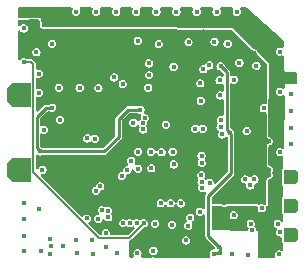
<source format=gbr>
%TF.GenerationSoftware,KiCad,Pcbnew,8.0.5*%
%TF.CreationDate,2024-10-20T03:46:06+02:00*%
%TF.ProjectId,cansatperso,63616e73-6174-4706-9572-736f2e6b6963,rev?*%
%TF.SameCoordinates,Original*%
%TF.FileFunction,Copper,L4,Inr*%
%TF.FilePolarity,Positive*%
%FSLAX46Y46*%
G04 Gerber Fmt 4.6, Leading zero omitted, Abs format (unit mm)*
G04 Created by KiCad (PCBNEW 8.0.5) date 2024-10-20 03:46:06*
%MOMM*%
%LPD*%
G01*
G04 APERTURE LIST*
G04 Aperture macros list*
%AMOutline5P*
0 Free polygon, 5 corners , with rotation*
0 The origin of the aperture is its center*
0 number of corners: always 5*
0 $1 to $10 corner X, Y*
0 $11 Rotation angle, in degrees counterclockwise*
0 create outline with 5 corners*
4,1,5,$1,$2,$3,$4,$5,$6,$7,$8,$9,$10,$1,$2,$11*%
%AMOutline6P*
0 Free polygon, 6 corners , with rotation*
0 The origin of the aperture is its center*
0 number of corners: always 6*
0 $1 to $12 corner X, Y*
0 $13 Rotation angle, in degrees counterclockwise*
0 create outline with 6 corners*
4,1,6,$1,$2,$3,$4,$5,$6,$7,$8,$9,$10,$11,$12,$1,$2,$13*%
%AMOutline7P*
0 Free polygon, 7 corners , with rotation*
0 The origin of the aperture is its center*
0 number of corners: always 7*
0 $1 to $14 corner X, Y*
0 $15 Rotation angle, in degrees counterclockwise*
0 create outline with 7 corners*
4,1,7,$1,$2,$3,$4,$5,$6,$7,$8,$9,$10,$11,$12,$13,$14,$1,$2,$15*%
%AMOutline8P*
0 Free polygon, 8 corners , with rotation*
0 The origin of the aperture is its center*
0 number of corners: always 8*
0 $1 to $16 corner X, Y*
0 $17 Rotation angle, in degrees counterclockwise*
0 create outline with 8 corners*
4,1,8,$1,$2,$3,$4,$5,$6,$7,$8,$9,$10,$11,$12,$13,$14,$15,$16,$1,$2,$17*%
%AMFreePoly0*
4,1,8,1.000000,0.600000,1.000000,-1.000000,0.000000,-1.000000,-1.000000,-1.000000,-1.000000,0.600000,-0.600000,1.000000,0.600000,1.000000,1.000000,0.600000,1.000000,0.600000,$1*%
G04 Aperture macros list end*
%TA.AperFunction,ComponentPad*%
%ADD10Outline6P,-0.600000X0.360000X-0.360000X0.600000X0.360000X0.600000X0.600000X0.360000X0.600000X-0.600000X-0.600000X-0.600000X270.000000*%
%TD*%
%TA.AperFunction,ComponentPad*%
%ADD11FreePoly0,90.000000*%
%TD*%
%TA.AperFunction,ViaPad*%
%ADD12C,0.400000*%
%TD*%
%TA.AperFunction,Conductor*%
%ADD13C,0.250000*%
%TD*%
%TA.AperFunction,Conductor*%
%ADD14C,0.150000*%
%TD*%
G04 APERTURE END LIST*
D10*
%TO.N,TIM3_CHI_PWM4*%
%TO.C,REF\u002A\u002A2*%
X195660000Y-87340000D03*
%TD*%
D11*
%TO.N,GND*%
%TO.C,*%
X172680000Y-80400000D03*
%TD*%
D10*
%TO.N,N/C*%
%TO.C,REF\u002A\u002A1*%
X195660000Y-89740000D03*
%TD*%
%TO.N,GND*%
%TO.C,REF\u002A\u002A*%
X195660000Y-92190000D03*
%TD*%
D11*
%TO.N,BAT+*%
%TO.C,REF\u002A\u002A*%
X172675000Y-86705000D03*
%TD*%
D12*
%TO.N,GND*%
X176360000Y-93120000D03*
X176050000Y-79740000D03*
X184730000Y-85210000D03*
X176140000Y-82470000D03*
X194760000Y-91990000D03*
X194760000Y-76690000D03*
X195710000Y-81720000D03*
X192250000Y-88020000D03*
X182160000Y-85940000D03*
X188780000Y-77860000D03*
X188060000Y-80840000D03*
X191100000Y-73300000D03*
X174140000Y-76740000D03*
X182600000Y-73300000D03*
X189650000Y-79120000D03*
X190880000Y-79060000D03*
X175390000Y-93170000D03*
X180900000Y-73300000D03*
X185500000Y-89530000D03*
X183680000Y-78680000D03*
X178400000Y-90820000D03*
X173080000Y-74720000D03*
X186810000Y-92670000D03*
X182750000Y-85180000D03*
X194760000Y-85190000D03*
X186380000Y-89540000D03*
X183870000Y-86560000D03*
X185770000Y-86240000D03*
X177800000Y-79760000D03*
X175330000Y-93790000D03*
X182730000Y-75760000D03*
X179090000Y-84050000D03*
X191820000Y-87500000D03*
X192290000Y-91270000D03*
X177500000Y-73300000D03*
X188800000Y-87800000D03*
X174340000Y-78550000D03*
X183840000Y-85180000D03*
X179390000Y-79780000D03*
X175330000Y-92590000D03*
X183670000Y-77690000D03*
X187970000Y-90257500D03*
X178860000Y-92680000D03*
X187700000Y-73300000D03*
X184670000Y-89530000D03*
X184040000Y-93547500D03*
X182700000Y-93770000D03*
X194580000Y-91267500D03*
X189400000Y-73300000D03*
X174340000Y-80170000D03*
X178930000Y-93810000D03*
X189690000Y-80400000D03*
X182750000Y-86610000D03*
X179200000Y-73300000D03*
X181370000Y-87230000D03*
X192770000Y-77880000D03*
X178450000Y-84040000D03*
X181450000Y-79430000D03*
X192420000Y-91820000D03*
X187000000Y-91430000D03*
X174390000Y-90040000D03*
X183600000Y-79750000D03*
X191330000Y-77620000D03*
X185670000Y-85170000D03*
X181840000Y-86720000D03*
X194760000Y-80090000D03*
X181000000Y-93770000D03*
X177480000Y-92630000D03*
X184300000Y-73300000D03*
X177600000Y-93770000D03*
X186000000Y-73300000D03*
X188010000Y-79360000D03*
X192600000Y-87500000D03*
%TO.N,+3.3V*%
X193380000Y-84040000D03*
X190050000Y-89490000D03*
X189750000Y-81710000D03*
X193800000Y-86700000D03*
X189950000Y-84530000D03*
X187800000Y-75020000D03*
X190440000Y-89030000D03*
X190070000Y-85070000D03*
X193830000Y-84270000D03*
X195710000Y-80320000D03*
X173070000Y-76130000D03*
X186180000Y-91660000D03*
X188320000Y-75010000D03*
X185110000Y-91730000D03*
X192570000Y-76830000D03*
X183050000Y-75090000D03*
X193816587Y-87131306D03*
X181530000Y-82570000D03*
X193150000Y-82610000D03*
X185020000Y-92422500D03*
%TO.N,NRST*%
X173080000Y-93590000D03*
X179380000Y-90850660D03*
%TO.N,USART3_RX*%
X180000000Y-93270000D03*
X182345000Y-82715000D03*
%TO.N,SDDETECT*%
X193396250Y-81483750D03*
X184190000Y-91260000D03*
%TO.N,VIN*%
X175470000Y-81450000D03*
X182950430Y-81600789D03*
X174480000Y-85147500D03*
%TO.N,+5V*%
X177340000Y-74380000D03*
X189147500Y-91280000D03*
X193490000Y-93810000D03*
X181560000Y-74390000D03*
X173070000Y-73460000D03*
X181541494Y-73890340D03*
X175170000Y-73890000D03*
X175170000Y-74330000D03*
X194280000Y-88840000D03*
X194280000Y-89310000D03*
X195710000Y-78920000D03*
%TO.N,ADC1_IN3_VBAT*%
X174770000Y-83300000D03*
X179180000Y-88470000D03*
%TO.N,ADC1_IN2_CURR*%
X180720000Y-78872500D03*
X179541191Y-88089171D03*
%TO.N,I2C3_SDA_ACCEL*%
X185110000Y-82870000D03*
X195710000Y-83120000D03*
X189860000Y-83705000D03*
%TO.N,I2C3_SCL_ACCEL*%
X188090000Y-87150000D03*
X191937000Y-83410000D03*
X195710000Y-84520000D03*
%TO.N,3.3VEN*%
X189655249Y-93721215D03*
X189160000Y-93790000D03*
X189740000Y-77920000D03*
X190530166Y-83559834D03*
X189610000Y-93200000D03*
%TO.N,SPI1_CS_SD*%
X182650000Y-91240000D03*
X190330000Y-76010000D03*
%TO.N,SPI1_MISO_SD*%
X181480000Y-91210000D03*
X184510000Y-76050000D03*
%TO.N,SPI1_SCK_SD*%
X180225170Y-90704168D03*
X187020000Y-75880000D03*
%TO.N,SPI1_MOSI_SD*%
X189220000Y-75840000D03*
X182060000Y-91220000D03*
%TO.N,USART1_RX_GPS*%
X189730000Y-83060000D03*
X183132230Y-82772331D03*
%TO.N,USART1_TX_GPS*%
X183185000Y-83269541D03*
X189760000Y-82490000D03*
%TO.N,LPUART1_RX_RADIO*%
X185760000Y-77960000D03*
X179690000Y-90100000D03*
%TO.N,LPUART1_TX_RADIO*%
X187160000Y-90760000D03*
X188260000Y-78180000D03*
%TO.N,GPIO_EXTI1*%
X173070000Y-77580000D03*
X183230000Y-91230000D03*
%TO.N,SWO*%
X183310000Y-82305000D03*
X173090000Y-89490000D03*
%TO.N,SWDIO*%
X188230000Y-83220000D03*
X173070000Y-92300000D03*
%TO.N,SWCLK{slash}I2C1_SDA*%
X173070000Y-90900000D03*
X187585000Y-83220000D03*
%TO.N,TIM3_CHI_PWM4*%
X188120000Y-87730000D03*
%TO.N,USART3_TX*%
X185620000Y-91330000D03*
X180020000Y-92060000D03*
%TO.N,D+*%
X193220000Y-89955000D03*
X188120000Y-85490000D03*
%TO.N,D-*%
X190860000Y-90540000D03*
X188150000Y-86110000D03*
%TO.N,BAT+*%
X174650000Y-86680000D03*
X175470000Y-76026000D03*
%TO.N,PWEN*%
X188180000Y-88240000D03*
X194690000Y-93860000D03*
%TO.N,USBD+*%
X192060000Y-93870000D03*
%TO.N,USBD-*%
X190740000Y-93860000D03*
%TO.N,ADC2_IN17*%
X180190000Y-90150000D03*
X174500000Y-93530000D03*
%TD*%
D13*
%TO.N,VIN*%
X174164815Y-82255185D02*
X174164815Y-84832315D01*
X174970000Y-81450000D02*
X174164815Y-82255185D01*
X175470000Y-81450000D02*
X174970000Y-81450000D01*
X179866459Y-85147500D02*
X174480000Y-85147500D01*
X182950430Y-81600789D02*
X181898170Y-81600789D01*
X181898170Y-81600789D02*
X181105000Y-82393959D01*
X181105000Y-82393959D02*
X181105000Y-83908959D01*
X181105000Y-83908959D02*
X179866459Y-85147500D01*
X174164815Y-84832315D02*
X174480000Y-85147500D01*
%TO.N,3.3VEN*%
X189610000Y-93200000D02*
X189655249Y-93245249D01*
X189610000Y-93200000D02*
X188710000Y-92300000D01*
X189655249Y-93721215D02*
X189228785Y-93721215D01*
X190630000Y-83659668D02*
X190530166Y-83559834D01*
X188710000Y-92300000D02*
X188710000Y-88920000D01*
X190530166Y-83559834D02*
X190275000Y-83304668D01*
X190630000Y-87000000D02*
X190630000Y-83659668D01*
X189228785Y-93721215D02*
X189160000Y-93790000D01*
X188710000Y-88920000D02*
X190630000Y-87000000D01*
X190275000Y-78455000D02*
X189740000Y-77920000D01*
X189655249Y-93245249D02*
X189655249Y-93721215D01*
X190275000Y-83304668D02*
X190275000Y-78455000D01*
D14*
%TO.N,GPIO_EXTI1*%
X173720000Y-77580000D02*
X173864815Y-77724815D01*
X179430000Y-92470000D02*
X181990000Y-92470000D01*
X181990000Y-92470000D02*
X183230000Y-91230000D01*
X173864815Y-77724815D02*
X173864815Y-86904815D01*
X173070000Y-77580000D02*
X173720000Y-77580000D01*
X173864815Y-86904815D02*
X179430000Y-92470000D01*
%TD*%
%TA.AperFunction,Conductor*%
%TO.N,+5V*%
G36*
X177154489Y-72960185D02*
G01*
X177200244Y-73012989D01*
X177210188Y-73082147D01*
X177197936Y-73120790D01*
X177162500Y-73190339D01*
X177162498Y-73190343D01*
X177145131Y-73299997D01*
X177145131Y-73300002D01*
X177162498Y-73409658D01*
X177212904Y-73508585D01*
X177212909Y-73508592D01*
X177291407Y-73587090D01*
X177291410Y-73587092D01*
X177291413Y-73587095D01*
X177390339Y-73637500D01*
X177390341Y-73637501D01*
X177499998Y-73654869D01*
X177500000Y-73654869D01*
X177500002Y-73654869D01*
X177609658Y-73637501D01*
X177609659Y-73637500D01*
X177609661Y-73637500D01*
X177708587Y-73587095D01*
X177787095Y-73508587D01*
X177837500Y-73409661D01*
X177837500Y-73409659D01*
X177837501Y-73409658D01*
X177854869Y-73300002D01*
X177854869Y-73299997D01*
X177837501Y-73190343D01*
X177837500Y-73190341D01*
X177837500Y-73190339D01*
X177802064Y-73120792D01*
X177789169Y-73052125D01*
X177815446Y-72987385D01*
X177872552Y-72947128D01*
X177912550Y-72940500D01*
X178787450Y-72940500D01*
X178854489Y-72960185D01*
X178900244Y-73012989D01*
X178910188Y-73082147D01*
X178897936Y-73120790D01*
X178862500Y-73190339D01*
X178862498Y-73190343D01*
X178845131Y-73299997D01*
X178845131Y-73300002D01*
X178862498Y-73409658D01*
X178912904Y-73508585D01*
X178912909Y-73508592D01*
X178991407Y-73587090D01*
X178991410Y-73587092D01*
X178991413Y-73587095D01*
X179090339Y-73637500D01*
X179090341Y-73637501D01*
X179199998Y-73654869D01*
X179200000Y-73654869D01*
X179200002Y-73654869D01*
X179309658Y-73637501D01*
X179309659Y-73637500D01*
X179309661Y-73637500D01*
X179408587Y-73587095D01*
X179487095Y-73508587D01*
X179537500Y-73409661D01*
X179537500Y-73409659D01*
X179537501Y-73409658D01*
X179554869Y-73300002D01*
X179554869Y-73299997D01*
X179537501Y-73190343D01*
X179537500Y-73190341D01*
X179537500Y-73190339D01*
X179502064Y-73120792D01*
X179489169Y-73052125D01*
X179515446Y-72987385D01*
X179572552Y-72947128D01*
X179612550Y-72940500D01*
X180487450Y-72940500D01*
X180554489Y-72960185D01*
X180600244Y-73012989D01*
X180610188Y-73082147D01*
X180597936Y-73120790D01*
X180562500Y-73190339D01*
X180562498Y-73190343D01*
X180545131Y-73299997D01*
X180545131Y-73300002D01*
X180562498Y-73409658D01*
X180612904Y-73508585D01*
X180612909Y-73508592D01*
X180691407Y-73587090D01*
X180691410Y-73587092D01*
X180691413Y-73587095D01*
X180790339Y-73637500D01*
X180790341Y-73637501D01*
X180899998Y-73654869D01*
X180900000Y-73654869D01*
X180900002Y-73654869D01*
X181009658Y-73637501D01*
X181009659Y-73637500D01*
X181009661Y-73637500D01*
X181108587Y-73587095D01*
X181187095Y-73508587D01*
X181237500Y-73409661D01*
X181237500Y-73409659D01*
X181237501Y-73409658D01*
X181254869Y-73300002D01*
X181254869Y-73299997D01*
X181237501Y-73190343D01*
X181237500Y-73190341D01*
X181237500Y-73190339D01*
X181202064Y-73120792D01*
X181189169Y-73052125D01*
X181215446Y-72987385D01*
X181272552Y-72947128D01*
X181312550Y-72940500D01*
X182187450Y-72940500D01*
X182254489Y-72960185D01*
X182300244Y-73012989D01*
X182310188Y-73082147D01*
X182297936Y-73120790D01*
X182262500Y-73190339D01*
X182262498Y-73190343D01*
X182245131Y-73299997D01*
X182245131Y-73300002D01*
X182262498Y-73409658D01*
X182312904Y-73508585D01*
X182312909Y-73508592D01*
X182391407Y-73587090D01*
X182391410Y-73587092D01*
X182391413Y-73587095D01*
X182490339Y-73637500D01*
X182490341Y-73637501D01*
X182599998Y-73654869D01*
X182600000Y-73654869D01*
X182600002Y-73654869D01*
X182709658Y-73637501D01*
X182709659Y-73637500D01*
X182709661Y-73637500D01*
X182808587Y-73587095D01*
X182887095Y-73508587D01*
X182937500Y-73409661D01*
X182937500Y-73409659D01*
X182937501Y-73409658D01*
X182954869Y-73300002D01*
X182954869Y-73299997D01*
X182937501Y-73190343D01*
X182937500Y-73190341D01*
X182937500Y-73190339D01*
X182902064Y-73120792D01*
X182889169Y-73052125D01*
X182915446Y-72987385D01*
X182972552Y-72947128D01*
X183012550Y-72940500D01*
X183887450Y-72940500D01*
X183954489Y-72960185D01*
X184000244Y-73012989D01*
X184010188Y-73082147D01*
X183997936Y-73120790D01*
X183962500Y-73190339D01*
X183962498Y-73190343D01*
X183945131Y-73299997D01*
X183945131Y-73300002D01*
X183962498Y-73409658D01*
X184012904Y-73508585D01*
X184012909Y-73508592D01*
X184091407Y-73587090D01*
X184091410Y-73587092D01*
X184091413Y-73587095D01*
X184190339Y-73637500D01*
X184190341Y-73637501D01*
X184299998Y-73654869D01*
X184300000Y-73654869D01*
X184300002Y-73654869D01*
X184409658Y-73637501D01*
X184409659Y-73637500D01*
X184409661Y-73637500D01*
X184508587Y-73587095D01*
X184587095Y-73508587D01*
X184637500Y-73409661D01*
X184637500Y-73409659D01*
X184637501Y-73409658D01*
X184654869Y-73300002D01*
X184654869Y-73299997D01*
X184637501Y-73190343D01*
X184637500Y-73190341D01*
X184637500Y-73190339D01*
X184602064Y-73120792D01*
X184589169Y-73052125D01*
X184615446Y-72987385D01*
X184672552Y-72947128D01*
X184712550Y-72940500D01*
X185587450Y-72940500D01*
X185654489Y-72960185D01*
X185700244Y-73012989D01*
X185710188Y-73082147D01*
X185697936Y-73120790D01*
X185662500Y-73190339D01*
X185662498Y-73190343D01*
X185645131Y-73299997D01*
X185645131Y-73300002D01*
X185662498Y-73409658D01*
X185712904Y-73508585D01*
X185712909Y-73508592D01*
X185791407Y-73587090D01*
X185791410Y-73587092D01*
X185791413Y-73587095D01*
X185890339Y-73637500D01*
X185890341Y-73637501D01*
X185999998Y-73654869D01*
X186000000Y-73654869D01*
X186000002Y-73654869D01*
X186109658Y-73637501D01*
X186109659Y-73637500D01*
X186109661Y-73637500D01*
X186208587Y-73587095D01*
X186287095Y-73508587D01*
X186337500Y-73409661D01*
X186337500Y-73409659D01*
X186337501Y-73409658D01*
X186354869Y-73300002D01*
X186354869Y-73299997D01*
X186337501Y-73190343D01*
X186337500Y-73190341D01*
X186337500Y-73190339D01*
X186302064Y-73120792D01*
X186289169Y-73052125D01*
X186315446Y-72987385D01*
X186372552Y-72947128D01*
X186412550Y-72940500D01*
X187287450Y-72940500D01*
X187354489Y-72960185D01*
X187400244Y-73012989D01*
X187410188Y-73082147D01*
X187397936Y-73120790D01*
X187362500Y-73190339D01*
X187362498Y-73190343D01*
X187345131Y-73299997D01*
X187345131Y-73300002D01*
X187362498Y-73409658D01*
X187412904Y-73508585D01*
X187412909Y-73508592D01*
X187491407Y-73587090D01*
X187491410Y-73587092D01*
X187491413Y-73587095D01*
X187590339Y-73637500D01*
X187590341Y-73637501D01*
X187699998Y-73654869D01*
X187700000Y-73654869D01*
X187700002Y-73654869D01*
X187809658Y-73637501D01*
X187809659Y-73637500D01*
X187809661Y-73637500D01*
X187908587Y-73587095D01*
X187987095Y-73508587D01*
X188037500Y-73409661D01*
X188037500Y-73409659D01*
X188037501Y-73409658D01*
X188054869Y-73300002D01*
X188054869Y-73299997D01*
X188037501Y-73190343D01*
X188037500Y-73190341D01*
X188037500Y-73190339D01*
X188002064Y-73120792D01*
X187989169Y-73052125D01*
X188015446Y-72987385D01*
X188072552Y-72947128D01*
X188112550Y-72940500D01*
X188987450Y-72940500D01*
X189054489Y-72960185D01*
X189100244Y-73012989D01*
X189110188Y-73082147D01*
X189097936Y-73120790D01*
X189062500Y-73190339D01*
X189062498Y-73190343D01*
X189045131Y-73299997D01*
X189045131Y-73300002D01*
X189062498Y-73409658D01*
X189112904Y-73508585D01*
X189112909Y-73508592D01*
X189191407Y-73587090D01*
X189191410Y-73587092D01*
X189191413Y-73587095D01*
X189290339Y-73637500D01*
X189290341Y-73637501D01*
X189399998Y-73654869D01*
X189400000Y-73654869D01*
X189400002Y-73654869D01*
X189509658Y-73637501D01*
X189509659Y-73637500D01*
X189509661Y-73637500D01*
X189608587Y-73587095D01*
X189687095Y-73508587D01*
X189737500Y-73409661D01*
X189737500Y-73409659D01*
X189737501Y-73409658D01*
X189754869Y-73300002D01*
X189754869Y-73299997D01*
X189737501Y-73190343D01*
X189737500Y-73190341D01*
X189737500Y-73190339D01*
X189702064Y-73120792D01*
X189689169Y-73052125D01*
X189715446Y-72987385D01*
X189772552Y-72947128D01*
X189812550Y-72940500D01*
X190687450Y-72940500D01*
X190754489Y-72960185D01*
X190800244Y-73012989D01*
X190810188Y-73082147D01*
X190797936Y-73120790D01*
X190762500Y-73190339D01*
X190762498Y-73190343D01*
X190745131Y-73299997D01*
X190745131Y-73300002D01*
X190762498Y-73409658D01*
X190812904Y-73508585D01*
X190812909Y-73508592D01*
X190891407Y-73587090D01*
X190891410Y-73587092D01*
X190891413Y-73587095D01*
X190990339Y-73637500D01*
X190990341Y-73637501D01*
X191099998Y-73654869D01*
X191100000Y-73654869D01*
X191100002Y-73654869D01*
X191209658Y-73637501D01*
X191209659Y-73637500D01*
X191209661Y-73637500D01*
X191308587Y-73587095D01*
X191387095Y-73508587D01*
X191437500Y-73409661D01*
X191437500Y-73409659D01*
X191437501Y-73409658D01*
X191454869Y-73300002D01*
X191454869Y-73299997D01*
X191437501Y-73190343D01*
X191437500Y-73190341D01*
X191437500Y-73190339D01*
X191402064Y-73120792D01*
X191389169Y-73052125D01*
X191415446Y-72987385D01*
X191472552Y-72947128D01*
X191512550Y-72940500D01*
X191897973Y-72940500D01*
X191965012Y-72960185D01*
X191981201Y-72972581D01*
X195028731Y-75732082D01*
X195065212Y-75791670D01*
X195069500Y-75823998D01*
X195069500Y-76251973D01*
X195049815Y-76319012D01*
X194997011Y-76364767D01*
X194927853Y-76374711D01*
X194889208Y-76362459D01*
X194869659Y-76352499D01*
X194760002Y-76335131D01*
X194759998Y-76335131D01*
X194650341Y-76352498D01*
X194551414Y-76402904D01*
X194551407Y-76402909D01*
X194472909Y-76481407D01*
X194472904Y-76481414D01*
X194422498Y-76580341D01*
X194405131Y-76689997D01*
X194405131Y-76690002D01*
X194422498Y-76799658D01*
X194472904Y-76898585D01*
X194472909Y-76898592D01*
X194551407Y-76977090D01*
X194551410Y-76977092D01*
X194551413Y-76977095D01*
X194630793Y-77017541D01*
X194650341Y-77027501D01*
X194759998Y-77044869D01*
X194760000Y-77044869D01*
X194760002Y-77044869D01*
X194869656Y-77027501D01*
X194869656Y-77027500D01*
X194869661Y-77027500D01*
X194889207Y-77017540D01*
X194957874Y-77004645D01*
X195022615Y-77030921D01*
X195062872Y-77088028D01*
X195069500Y-77128026D01*
X195069500Y-78249992D01*
X195084799Y-78286928D01*
X195121707Y-78323836D01*
X195118514Y-78327028D01*
X195147799Y-78361994D01*
X195149717Y-78371291D01*
X195158303Y-78380000D01*
X196076004Y-78388809D01*
X196142850Y-78409136D01*
X196188096Y-78462377D01*
X196198806Y-78513997D01*
X196191180Y-79305888D01*
X196170851Y-79372735D01*
X196117609Y-79417979D01*
X196067364Y-79428694D01*
X195156746Y-79429999D01*
X195156745Y-79430000D01*
X195155617Y-79696378D01*
X195135649Y-79763334D01*
X195082651Y-79808865D01*
X195013451Y-79818515D01*
X194975323Y-79806338D01*
X194968588Y-79802906D01*
X194968587Y-79802905D01*
X194869661Y-79752500D01*
X194869659Y-79752499D01*
X194869656Y-79752498D01*
X194760002Y-79735131D01*
X194759998Y-79735131D01*
X194650341Y-79752498D01*
X194551414Y-79802904D01*
X194551407Y-79802909D01*
X194472909Y-79881407D01*
X194472904Y-79881414D01*
X194422498Y-79980341D01*
X194405131Y-80089997D01*
X194405131Y-80090002D01*
X194422498Y-80199658D01*
X194472904Y-80298585D01*
X194472909Y-80298592D01*
X194551407Y-80377090D01*
X194551410Y-80377092D01*
X194551413Y-80377095D01*
X194574280Y-80388746D01*
X194650341Y-80427501D01*
X194759998Y-80444869D01*
X194760000Y-80444869D01*
X194760002Y-80444869D01*
X194869656Y-80427501D01*
X194869656Y-80427500D01*
X194869661Y-80427500D01*
X194968587Y-80377095D01*
X194968589Y-80377092D01*
X194971978Y-80375366D01*
X195040647Y-80362470D01*
X195105388Y-80388746D01*
X195145645Y-80445853D01*
X195152272Y-80486376D01*
X195148373Y-81407534D01*
X195140000Y-83554820D01*
X195138780Y-84787396D01*
X195119029Y-84854416D01*
X195066180Y-84900118D01*
X194997011Y-84909993D01*
X194958486Y-84897758D01*
X194869658Y-84852498D01*
X194760002Y-84835131D01*
X194759998Y-84835131D01*
X194650341Y-84852498D01*
X194551414Y-84902904D01*
X194551407Y-84902909D01*
X194472909Y-84981407D01*
X194472904Y-84981414D01*
X194422498Y-85080341D01*
X194405131Y-85189997D01*
X194405131Y-85190002D01*
X194422498Y-85299658D01*
X194472904Y-85398585D01*
X194472909Y-85398592D01*
X194551407Y-85477090D01*
X194551410Y-85477092D01*
X194551413Y-85477095D01*
X194611087Y-85507500D01*
X194650341Y-85527501D01*
X194759998Y-85544869D01*
X194760000Y-85544869D01*
X194760002Y-85544869D01*
X194869657Y-85527501D01*
X194869658Y-85527500D01*
X194869661Y-85527500D01*
X194879205Y-85522636D01*
X194947873Y-85509740D01*
X195012614Y-85536016D01*
X195052871Y-85593121D01*
X195059500Y-85633121D01*
X195059500Y-86493051D01*
X195039815Y-86560090D01*
X195004391Y-86596153D01*
X194951495Y-86631496D01*
X194918234Y-86681275D01*
X194918231Y-86681282D01*
X194909500Y-86725177D01*
X194909500Y-86725180D01*
X194909500Y-87954820D01*
X194909500Y-87954822D01*
X194909499Y-87954822D01*
X194918231Y-87998717D01*
X194918234Y-87998724D01*
X194951494Y-88048502D01*
X194951495Y-88048502D01*
X194951496Y-88048504D01*
X195001278Y-88081767D01*
X195001280Y-88081767D01*
X195004390Y-88083845D01*
X195049195Y-88137457D01*
X195059500Y-88186948D01*
X195059500Y-88893051D01*
X195039815Y-88960090D01*
X195004391Y-88996153D01*
X194951495Y-89031496D01*
X194918234Y-89081275D01*
X194918231Y-89081282D01*
X194909500Y-89125177D01*
X194909500Y-89125180D01*
X194909500Y-90354820D01*
X194909500Y-90354822D01*
X194909499Y-90354822D01*
X194918231Y-90398717D01*
X194918234Y-90398724D01*
X194951494Y-90448502D01*
X194951495Y-90448502D01*
X194951496Y-90448504D01*
X195001278Y-90481767D01*
X195001280Y-90481767D01*
X195004390Y-90483845D01*
X195049195Y-90537457D01*
X195059500Y-90586948D01*
X195059500Y-90951955D01*
X195039815Y-91018994D01*
X194987011Y-91064749D01*
X194917853Y-91074693D01*
X194854297Y-91045668D01*
X194847819Y-91039636D01*
X194788592Y-90980409D01*
X194788588Y-90980406D01*
X194788587Y-90980405D01*
X194734615Y-90952905D01*
X194689658Y-90929998D01*
X194580002Y-90912631D01*
X194579998Y-90912631D01*
X194470341Y-90929998D01*
X194371414Y-90980404D01*
X194371407Y-90980409D01*
X194292909Y-91058907D01*
X194292904Y-91058914D01*
X194242498Y-91157841D01*
X194225131Y-91267497D01*
X194225131Y-91267502D01*
X194242498Y-91377158D01*
X194292904Y-91476085D01*
X194292909Y-91476092D01*
X194371407Y-91554590D01*
X194371413Y-91554595D01*
X194436837Y-91587930D01*
X194487631Y-91635901D01*
X194504427Y-91703722D01*
X194481890Y-91769857D01*
X194477581Y-91774976D01*
X194472904Y-91781414D01*
X194422498Y-91880341D01*
X194405131Y-91989997D01*
X194405131Y-91990002D01*
X194422498Y-92099658D01*
X194472904Y-92198585D01*
X194472909Y-92198592D01*
X194551407Y-92277090D01*
X194551410Y-92277092D01*
X194551413Y-92277095D01*
X194645690Y-92325131D01*
X194650341Y-92327501D01*
X194759998Y-92344869D01*
X194759999Y-92344869D01*
X194759999Y-92344868D01*
X194760000Y-92344869D01*
X194766097Y-92343903D01*
X194835389Y-92352854D01*
X194888844Y-92397847D01*
X194909487Y-92464598D01*
X194909500Y-92466375D01*
X194909500Y-92804820D01*
X194909500Y-92804822D01*
X194909499Y-92804822D01*
X194918231Y-92848717D01*
X194918234Y-92848724D01*
X194951494Y-92898502D01*
X194951495Y-92898502D01*
X194951496Y-92898504D01*
X195001278Y-92931767D01*
X195001280Y-92931767D01*
X195004390Y-92933845D01*
X195049195Y-92987457D01*
X195059500Y-93036948D01*
X195059500Y-93452545D01*
X195039815Y-93519584D01*
X194987011Y-93565339D01*
X194917853Y-93575283D01*
X194879206Y-93563030D01*
X194876032Y-93561413D01*
X194848727Y-93547500D01*
X194799658Y-93522498D01*
X194690002Y-93505131D01*
X194689998Y-93505131D01*
X194580341Y-93522498D01*
X194481414Y-93572904D01*
X194481407Y-93572909D01*
X194402909Y-93651407D01*
X194402904Y-93651414D01*
X194352498Y-93750341D01*
X194335131Y-93859997D01*
X194335131Y-93860002D01*
X194352499Y-93969659D01*
X194355514Y-93978937D01*
X194353688Y-93979530D01*
X194364342Y-94036262D01*
X194338065Y-94101002D01*
X194280958Y-94141258D01*
X194240743Y-94147886D01*
X193014470Y-94145735D01*
X192947466Y-94125933D01*
X192901803Y-94073049D01*
X192890690Y-94021202D01*
X192900000Y-91880000D01*
X192899998Y-91879999D01*
X192899999Y-91879999D01*
X192887595Y-91879735D01*
X192820991Y-91858625D01*
X192776373Y-91804857D01*
X192767767Y-91775160D01*
X192757501Y-91710342D01*
X192757500Y-91710340D01*
X192757500Y-91710339D01*
X192707095Y-91611413D01*
X192639842Y-91544160D01*
X192606359Y-91482840D01*
X192611343Y-91413148D01*
X192617032Y-91400205D01*
X192627500Y-91379661D01*
X192627897Y-91377158D01*
X192644869Y-91270002D01*
X192644869Y-91269997D01*
X192627501Y-91160341D01*
X192600371Y-91107095D01*
X192577095Y-91061413D01*
X192577092Y-91061410D01*
X192577090Y-91061407D01*
X192498592Y-90982909D01*
X192498588Y-90982906D01*
X192498587Y-90982905D01*
X192470486Y-90968587D01*
X192399658Y-90932498D01*
X192290002Y-90915131D01*
X192289998Y-90915131D01*
X192180341Y-90932498D01*
X192081414Y-90982904D01*
X192081407Y-90982909D01*
X192002909Y-91061407D01*
X192002904Y-91061414D01*
X191952498Y-91160341D01*
X191935131Y-91269997D01*
X191935131Y-91270002D01*
X191952498Y-91379658D01*
X191974619Y-91423072D01*
X192002905Y-91478587D01*
X192070156Y-91545838D01*
X192103640Y-91607159D01*
X192098656Y-91676851D01*
X192092959Y-91689812D01*
X192082499Y-91710341D01*
X192075398Y-91755172D01*
X192045468Y-91818306D01*
X191986156Y-91855236D01*
X191950281Y-91859744D01*
X189106856Y-91799103D01*
X189040252Y-91777993D01*
X188995633Y-91724226D01*
X188985500Y-91675131D01*
X188985500Y-90539997D01*
X190505131Y-90539997D01*
X190505131Y-90540002D01*
X190522498Y-90649658D01*
X190572904Y-90748585D01*
X190572909Y-90748592D01*
X190651407Y-90827090D01*
X190651410Y-90827092D01*
X190651413Y-90827095D01*
X190734954Y-90869661D01*
X190750341Y-90877501D01*
X190859998Y-90894869D01*
X190860000Y-90894869D01*
X190860002Y-90894869D01*
X190969658Y-90877501D01*
X190969659Y-90877500D01*
X190969661Y-90877500D01*
X191068587Y-90827095D01*
X191147095Y-90748587D01*
X191197500Y-90649661D01*
X191197500Y-90649659D01*
X191197501Y-90649658D01*
X191214869Y-90540002D01*
X191214869Y-90539997D01*
X191197501Y-90430341D01*
X191165309Y-90367161D01*
X191147095Y-90331413D01*
X191147092Y-90331410D01*
X191147090Y-90331407D01*
X191068592Y-90252909D01*
X191068588Y-90252906D01*
X191068587Y-90252905D01*
X190997980Y-90216929D01*
X190969658Y-90202498D01*
X190860002Y-90185131D01*
X190859998Y-90185131D01*
X190750341Y-90202498D01*
X190651414Y-90252904D01*
X190651407Y-90252909D01*
X190572909Y-90331407D01*
X190572904Y-90331414D01*
X190522498Y-90430341D01*
X190505131Y-90539997D01*
X188985500Y-90539997D01*
X188985500Y-89864000D01*
X189005185Y-89796961D01*
X189057989Y-89751206D01*
X189109500Y-89740000D01*
X189752955Y-89740000D01*
X189819994Y-89759685D01*
X189840636Y-89776319D01*
X189841407Y-89777090D01*
X189841410Y-89777092D01*
X189841413Y-89777095D01*
X189910878Y-89812489D01*
X189940341Y-89827501D01*
X190049998Y-89844869D01*
X190050000Y-89844869D01*
X190050002Y-89844869D01*
X190159658Y-89827501D01*
X190159659Y-89827500D01*
X190159661Y-89827500D01*
X190258587Y-89777095D01*
X190258592Y-89777090D01*
X190259364Y-89776319D01*
X190260533Y-89775680D01*
X190266486Y-89771356D01*
X190267044Y-89772125D01*
X190320687Y-89742834D01*
X190347045Y-89740000D01*
X192753998Y-89740000D01*
X192821037Y-89759685D01*
X192866792Y-89812489D01*
X192876736Y-89881647D01*
X192876471Y-89883397D01*
X192865131Y-89954996D01*
X192865131Y-89955002D01*
X192882498Y-90064658D01*
X192932904Y-90163585D01*
X192932909Y-90163592D01*
X193011407Y-90242090D01*
X193011410Y-90242092D01*
X193011413Y-90242095D01*
X193110339Y-90292500D01*
X193110341Y-90292501D01*
X193219998Y-90309869D01*
X193220000Y-90309869D01*
X193220002Y-90309869D01*
X193329658Y-90292501D01*
X193329659Y-90292500D01*
X193329661Y-90292500D01*
X193428587Y-90242095D01*
X193507095Y-90163587D01*
X193557500Y-90064661D01*
X193557500Y-90064659D01*
X193557501Y-90064658D01*
X193574869Y-89955002D01*
X193574869Y-89954996D01*
X193563529Y-89883397D01*
X193572484Y-89814104D01*
X193617480Y-89760652D01*
X193684232Y-89740013D01*
X193686002Y-89740000D01*
X193770000Y-89740000D01*
X193775305Y-87598310D01*
X193795156Y-87531321D01*
X193848073Y-87485697D01*
X193879908Y-87476146D01*
X193926245Y-87468807D01*
X193926246Y-87468806D01*
X193926248Y-87468806D01*
X194025174Y-87418401D01*
X194103682Y-87339893D01*
X194154087Y-87240967D01*
X194154087Y-87240965D01*
X194154088Y-87240964D01*
X194171456Y-87131308D01*
X194171456Y-87131303D01*
X194154088Y-87021649D01*
X194154087Y-87021647D01*
X194154087Y-87021645D01*
X194120469Y-86955666D01*
X194107574Y-86887001D01*
X194120469Y-86843085D01*
X194137500Y-86809661D01*
X194137501Y-86809656D01*
X194154869Y-86700002D01*
X194154869Y-86699997D01*
X194137501Y-86590341D01*
X194137500Y-86590339D01*
X194087095Y-86491413D01*
X194087092Y-86491410D01*
X194087090Y-86491407D01*
X194008592Y-86412909D01*
X194008588Y-86412906D01*
X194008587Y-86412905D01*
X193909661Y-86362500D01*
X193909659Y-86362499D01*
X193909658Y-86362499D01*
X193883281Y-86358321D01*
X193820147Y-86328391D01*
X193783216Y-86269079D01*
X193778681Y-86235552D01*
X193782391Y-84738006D01*
X193802242Y-84671017D01*
X193855159Y-84625393D01*
X193886994Y-84615842D01*
X193939658Y-84607501D01*
X193939659Y-84607500D01*
X193939661Y-84607500D01*
X194038587Y-84557095D01*
X194117095Y-84478587D01*
X194167500Y-84379661D01*
X194167500Y-84379659D01*
X194167501Y-84379658D01*
X194184869Y-84270002D01*
X194184869Y-84269997D01*
X194167501Y-84160341D01*
X194162059Y-84149661D01*
X194117095Y-84061413D01*
X194117092Y-84061410D01*
X194117090Y-84061407D01*
X194038592Y-83982909D01*
X194038588Y-83982906D01*
X194038587Y-83982905D01*
X193939661Y-83932500D01*
X193939659Y-83932499D01*
X193939658Y-83932499D01*
X193889310Y-83924524D01*
X193826176Y-83894594D01*
X193789246Y-83835282D01*
X193784710Y-83801749D01*
X193800000Y-77630000D01*
X192950465Y-76826902D01*
X192915273Y-76766547D01*
X192913183Y-76756221D01*
X192907500Y-76720339D01*
X192857095Y-76621413D01*
X192857092Y-76621410D01*
X192857090Y-76621407D01*
X192778592Y-76542909D01*
X192778588Y-76542906D01*
X192778587Y-76542905D01*
X192744202Y-76525385D01*
X192679658Y-76492498D01*
X192617933Y-76482722D01*
X192554798Y-76452792D01*
X192552148Y-76450358D01*
X190690001Y-74690000D01*
X190689998Y-74689999D01*
X188387414Y-74664471D01*
X188369394Y-74662953D01*
X188320000Y-74655131D01*
X188279606Y-74661528D01*
X188258836Y-74663046D01*
X183925056Y-74615000D01*
X174709189Y-74600191D01*
X174642181Y-74580399D01*
X174596511Y-74527521D01*
X174585477Y-74480896D01*
X174560000Y-73810000D01*
X174559999Y-73810000D01*
X174559999Y-73809999D01*
X172696301Y-73837073D01*
X172628983Y-73818364D01*
X172582466Y-73766230D01*
X172570500Y-73713086D01*
X172570500Y-73064500D01*
X172590185Y-72997461D01*
X172642989Y-72951706D01*
X172694500Y-72940500D01*
X177087450Y-72940500D01*
X177154489Y-72960185D01*
G37*
%TD.AperFunction*%
%TD*%
%TA.AperFunction,Conductor*%
%TO.N,+3.3V*%
G36*
X174356578Y-73988157D02*
G01*
X174403095Y-74040291D01*
X174414972Y-74088729D01*
X174430089Y-74486802D01*
X174434155Y-74516698D01*
X174434158Y-74516714D01*
X174445189Y-74563327D01*
X174445192Y-74563334D01*
X174478826Y-74629159D01*
X174478832Y-74629167D01*
X174524492Y-74682034D01*
X174529467Y-74687524D01*
X174529469Y-74687526D01*
X174582558Y-74720002D01*
X174598135Y-74729531D01*
X174622753Y-74736802D01*
X174665141Y-74749322D01*
X174665144Y-74749322D01*
X174665146Y-74749323D01*
X174708931Y-74755690D01*
X174708939Y-74755691D01*
X183923632Y-74770497D01*
X183924748Y-74770504D01*
X188257112Y-74818536D01*
X188270171Y-74818132D01*
X188290941Y-74816614D01*
X188303929Y-74815114D01*
X188303950Y-74815110D01*
X188305653Y-74814914D01*
X188339281Y-74815621D01*
X188345072Y-74816539D01*
X188356341Y-74817904D01*
X188374361Y-74819422D01*
X188385690Y-74819961D01*
X190578876Y-74844275D01*
X190645690Y-74864701D01*
X190662682Y-74878158D01*
X192411533Y-76531413D01*
X192445325Y-76563358D01*
X192446959Y-76564881D01*
X192449609Y-76567315D01*
X192488187Y-76593303D01*
X192551322Y-76623233D01*
X192584721Y-76633560D01*
X192593601Y-76636306D01*
X192593602Y-76636306D01*
X192593608Y-76636308D01*
X192611606Y-76639158D01*
X192648505Y-76651146D01*
X192668552Y-76661361D01*
X192699937Y-76684164D01*
X192715834Y-76700061D01*
X192738638Y-76731448D01*
X192749073Y-76751928D01*
X192760481Y-76785788D01*
X192760514Y-76785782D01*
X192760566Y-76786040D01*
X192760613Y-76786179D01*
X192760767Y-76787036D01*
X192762864Y-76797395D01*
X192762865Y-76797397D01*
X192780941Y-76844875D01*
X192816132Y-76905228D01*
X192843642Y-76939902D01*
X193605384Y-77660006D01*
X193640578Y-77720364D01*
X193644200Y-77750422D01*
X193636094Y-81021990D01*
X193616243Y-81088981D01*
X193563326Y-81134605D01*
X193494143Y-81144377D01*
X193492696Y-81144156D01*
X193396252Y-81128881D01*
X193396248Y-81128881D01*
X193286591Y-81146248D01*
X193187664Y-81196654D01*
X193187657Y-81196659D01*
X193109159Y-81275157D01*
X193109154Y-81275164D01*
X193058748Y-81374091D01*
X193041381Y-81483747D01*
X193041381Y-81483752D01*
X193058748Y-81593408D01*
X193109154Y-81692335D01*
X193109159Y-81692342D01*
X193187657Y-81770840D01*
X193187660Y-81770842D01*
X193187663Y-81770845D01*
X193263285Y-81809376D01*
X193286591Y-81821251D01*
X193396248Y-81838619D01*
X193396250Y-81838619D01*
X193396252Y-81838619D01*
X193490406Y-81823706D01*
X193559699Y-81832660D01*
X193613151Y-81877656D01*
X193633791Y-81944408D01*
X193633804Y-81946486D01*
X193629210Y-83801368D01*
X193630612Y-83822587D01*
X193630613Y-83822594D01*
X193635149Y-83856127D01*
X193657242Y-83917473D01*
X193694172Y-83976785D01*
X193698233Y-83982973D01*
X193759564Y-84035104D01*
X193822698Y-84065034D01*
X193864982Y-84078109D01*
X193871609Y-84079158D01*
X193908498Y-84091144D01*
X193928553Y-84101362D01*
X193959937Y-84124164D01*
X193975833Y-84140060D01*
X193998637Y-84171446D01*
X194008853Y-84191496D01*
X194020841Y-84228394D01*
X194024358Y-84250600D01*
X194024358Y-84289393D01*
X194021355Y-84308363D01*
X194020841Y-84311607D01*
X194008852Y-84348505D01*
X193998639Y-84368549D01*
X193975835Y-84399935D01*
X193959936Y-84415834D01*
X193928550Y-84438638D01*
X193908506Y-84448851D01*
X193871617Y-84460838D01*
X193862678Y-84462254D01*
X193862659Y-84462258D01*
X193842319Y-84466898D01*
X193810474Y-84476451D01*
X193810473Y-84476452D01*
X193753618Y-84507621D01*
X193700695Y-84553251D01*
X193695215Y-84558208D01*
X193695214Y-84558210D01*
X193653149Y-84626836D01*
X193653148Y-84626839D01*
X193633301Y-84693816D01*
X193633297Y-84693833D01*
X193626891Y-84737610D01*
X193626891Y-84737621D01*
X193623396Y-86148587D01*
X193623181Y-86235171D01*
X193624582Y-86256380D01*
X193624584Y-86256398D01*
X193629119Y-86289924D01*
X193651214Y-86351274D01*
X193688144Y-86410584D01*
X193692202Y-86416767D01*
X193692204Y-86416770D01*
X193753535Y-86468901D01*
X193816669Y-86498831D01*
X193816674Y-86498832D01*
X193816675Y-86498833D01*
X193852375Y-86509872D01*
X193872033Y-86517849D01*
X193898553Y-86531362D01*
X193929937Y-86554164D01*
X193945834Y-86570061D01*
X193968636Y-86601444D01*
X193972994Y-86609997D01*
X193978852Y-86621492D01*
X193990842Y-86658393D01*
X193994359Y-86680601D01*
X193994358Y-86719396D01*
X193990733Y-86742282D01*
X193982553Y-86769645D01*
X193982981Y-86769816D01*
X193971271Y-86799265D01*
X193971268Y-86799273D01*
X193958372Y-86843192D01*
X193955656Y-86897500D01*
X193954746Y-86915702D01*
X193967641Y-86984367D01*
X193981918Y-87026262D01*
X193995439Y-87052800D01*
X194007427Y-87089695D01*
X194010945Y-87111907D01*
X194010945Y-87150704D01*
X194007427Y-87172915D01*
X193995439Y-87209810D01*
X193993860Y-87212909D01*
X193985226Y-87229855D01*
X193962422Y-87261241D01*
X193946523Y-87277140D01*
X193915135Y-87299945D01*
X193895090Y-87310158D01*
X193858221Y-87322141D01*
X193855606Y-87322555D01*
X193855573Y-87322562D01*
X193835233Y-87327202D01*
X193803388Y-87336755D01*
X193803387Y-87336756D01*
X193746532Y-87367925D01*
X193693609Y-87413555D01*
X193688129Y-87418512D01*
X193688128Y-87418514D01*
X193646063Y-87487140D01*
X193646062Y-87487143D01*
X193626215Y-87554120D01*
X193626211Y-87554137D01*
X193619805Y-87597914D01*
X193619805Y-87597926D01*
X193615056Y-89514815D01*
X193595205Y-89581806D01*
X193562021Y-89616194D01*
X193534148Y-89635646D01*
X193525273Y-89641840D01*
X193523874Y-89642816D01*
X193457633Y-89665040D01*
X193396617Y-89651615D01*
X193329661Y-89617500D01*
X193329659Y-89617499D01*
X193329656Y-89617498D01*
X193220002Y-89600131D01*
X193219998Y-89600131D01*
X193110342Y-89617498D01*
X193044592Y-89650999D01*
X192975923Y-89663894D01*
X192923760Y-89646394D01*
X192876358Y-89617500D01*
X192864848Y-89610484D01*
X192864847Y-89610483D01*
X192864846Y-89610483D01*
X192797810Y-89590799D01*
X192797800Y-89590797D01*
X192754001Y-89584500D01*
X192753998Y-89584500D01*
X190347045Y-89584500D01*
X190330437Y-89585390D01*
X190330428Y-89585390D01*
X190330422Y-89585391D01*
X190330416Y-89585391D01*
X190330385Y-89585394D01*
X190304063Y-89588224D01*
X190304061Y-89588225D01*
X190246165Y-89606354D01*
X190246160Y-89606356D01*
X190231019Y-89614624D01*
X190230941Y-89614640D01*
X190186096Y-89639154D01*
X190186036Y-89639187D01*
X190185949Y-89639234D01*
X190185450Y-89639507D01*
X190177932Y-89643611D01*
X190174813Y-89645256D01*
X190128506Y-89668851D01*
X190091608Y-89680840D01*
X190069403Y-89684357D01*
X190030606Y-89684357D01*
X190008383Y-89680837D01*
X189971487Y-89668849D01*
X189938388Y-89651984D01*
X189922725Y-89641840D01*
X189922658Y-89641943D01*
X189917570Y-89638608D01*
X189880083Y-89618999D01*
X189863805Y-89610484D01*
X189863804Y-89610483D01*
X189863799Y-89610481D01*
X189796771Y-89590800D01*
X189796757Y-89590797D01*
X189752958Y-89584500D01*
X189752955Y-89584500D01*
X189109500Y-89584500D01*
X189042461Y-89564815D01*
X188996706Y-89512011D01*
X188985500Y-89460500D01*
X188985500Y-89085477D01*
X189005185Y-89018438D01*
X189021819Y-88997796D01*
X189942642Y-88076973D01*
X190519618Y-87499997D01*
X191465131Y-87499997D01*
X191465131Y-87500002D01*
X191482498Y-87609658D01*
X191532904Y-87708585D01*
X191532909Y-87708592D01*
X191611407Y-87787090D01*
X191611410Y-87787092D01*
X191611413Y-87787095D01*
X191710339Y-87837500D01*
X191796336Y-87851120D01*
X191859467Y-87881048D01*
X191896399Y-87940360D01*
X191899409Y-87992989D01*
X191895131Y-88020001D01*
X191895131Y-88020002D01*
X191912498Y-88129658D01*
X191962904Y-88228585D01*
X191962909Y-88228592D01*
X192041407Y-88307090D01*
X192041410Y-88307092D01*
X192041413Y-88307095D01*
X192124948Y-88349658D01*
X192140341Y-88357501D01*
X192249998Y-88374869D01*
X192250000Y-88374869D01*
X192250002Y-88374869D01*
X192359658Y-88357501D01*
X192359659Y-88357500D01*
X192359661Y-88357500D01*
X192458587Y-88307095D01*
X192537095Y-88228587D01*
X192587500Y-88129661D01*
X192587500Y-88129659D01*
X192587501Y-88129658D01*
X192604869Y-88020002D01*
X192604869Y-88020001D01*
X192603061Y-88008587D01*
X192598633Y-87980630D01*
X192607587Y-87911339D01*
X192652582Y-87857887D01*
X192701708Y-87838759D01*
X192709661Y-87837500D01*
X192808587Y-87787095D01*
X192887095Y-87708587D01*
X192937500Y-87609661D01*
X192937500Y-87609659D01*
X192937501Y-87609658D01*
X192954869Y-87500002D01*
X192954869Y-87499997D01*
X192937501Y-87390341D01*
X192937500Y-87390339D01*
X192887095Y-87291413D01*
X192887092Y-87291410D01*
X192887090Y-87291407D01*
X192808592Y-87212909D01*
X192808588Y-87212906D01*
X192808587Y-87212905D01*
X192768171Y-87192312D01*
X192709658Y-87162498D01*
X192600002Y-87145131D01*
X192599998Y-87145131D01*
X192490341Y-87162498D01*
X192391414Y-87212904D01*
X192391407Y-87212909D01*
X192312906Y-87291410D01*
X192310319Y-87294972D01*
X192306063Y-87298253D01*
X192306004Y-87298313D01*
X192305996Y-87298305D01*
X192254990Y-87337638D01*
X192185377Y-87343619D01*
X192123581Y-87311014D01*
X192109681Y-87294972D01*
X192107093Y-87291410D01*
X192028592Y-87212909D01*
X192028588Y-87212906D01*
X192028587Y-87212905D01*
X191988171Y-87192312D01*
X191929658Y-87162498D01*
X191820002Y-87145131D01*
X191819998Y-87145131D01*
X191710341Y-87162498D01*
X191611414Y-87212904D01*
X191611407Y-87212909D01*
X191532909Y-87291407D01*
X191532904Y-87291414D01*
X191482498Y-87390341D01*
X191465131Y-87499997D01*
X190519618Y-87499997D01*
X190863557Y-87156058D01*
X190888440Y-87095985D01*
X190905500Y-87054800D01*
X190905500Y-83604868D01*
X190893074Y-83574869D01*
X190889529Y-83566309D01*
X190881617Y-83538254D01*
X190867667Y-83450176D01*
X190867666Y-83450174D01*
X190867666Y-83450173D01*
X190847195Y-83409997D01*
X191582131Y-83409997D01*
X191582131Y-83410002D01*
X191599498Y-83519658D01*
X191649904Y-83618585D01*
X191649909Y-83618592D01*
X191728407Y-83697090D01*
X191728410Y-83697092D01*
X191728413Y-83697095D01*
X191788560Y-83727741D01*
X191827341Y-83747501D01*
X191936998Y-83764869D01*
X191937000Y-83764869D01*
X191937002Y-83764869D01*
X192046658Y-83747501D01*
X192046659Y-83747500D01*
X192046661Y-83747500D01*
X192145587Y-83697095D01*
X192224095Y-83618587D01*
X192274500Y-83519661D01*
X192274500Y-83519659D01*
X192274501Y-83519658D01*
X192291869Y-83410002D01*
X192291869Y-83409997D01*
X192274501Y-83300341D01*
X192258324Y-83268592D01*
X192224095Y-83201413D01*
X192224092Y-83201410D01*
X192224090Y-83201407D01*
X192145592Y-83122909D01*
X192145588Y-83122906D01*
X192145587Y-83122905D01*
X192106949Y-83103218D01*
X192046658Y-83072498D01*
X191937002Y-83055131D01*
X191936998Y-83055131D01*
X191827341Y-83072498D01*
X191728414Y-83122904D01*
X191728407Y-83122909D01*
X191649909Y-83201407D01*
X191649904Y-83201414D01*
X191599498Y-83300341D01*
X191582131Y-83409997D01*
X190847195Y-83409997D01*
X190817261Y-83351247D01*
X190817258Y-83351244D01*
X190817256Y-83351241D01*
X190738758Y-83272743D01*
X190738754Y-83272740D01*
X190738753Y-83272739D01*
X190639827Y-83222334D01*
X190639826Y-83222333D01*
X190639823Y-83222332D01*
X190636173Y-83221146D01*
X190632310Y-83218504D01*
X190631132Y-83217904D01*
X190631209Y-83217751D01*
X190578500Y-83181704D01*
X190551307Y-83117344D01*
X190550500Y-83103218D01*
X190550500Y-79487835D01*
X190570185Y-79420796D01*
X190622989Y-79375041D01*
X190692147Y-79365097D01*
X190730791Y-79377349D01*
X190770339Y-79397500D01*
X190770340Y-79397500D01*
X190770342Y-79397501D01*
X190879998Y-79414869D01*
X190880000Y-79414869D01*
X190880002Y-79414869D01*
X190989658Y-79397501D01*
X190989659Y-79397500D01*
X190989661Y-79397500D01*
X191088587Y-79347095D01*
X191167095Y-79268587D01*
X191217500Y-79169661D01*
X191217500Y-79169659D01*
X191217501Y-79169658D01*
X191234869Y-79060002D01*
X191234869Y-79059997D01*
X191217501Y-78950341D01*
X191190686Y-78897714D01*
X191167095Y-78851413D01*
X191167092Y-78851410D01*
X191167090Y-78851407D01*
X191088592Y-78772909D01*
X191088588Y-78772906D01*
X191088587Y-78772905D01*
X191029206Y-78742649D01*
X190989658Y-78722498D01*
X190880002Y-78705131D01*
X190879998Y-78705131D01*
X190770341Y-78722498D01*
X190730794Y-78742649D01*
X190662125Y-78755545D01*
X190597384Y-78729268D01*
X190557128Y-78672161D01*
X190550500Y-78632164D01*
X190550500Y-78400201D01*
X190550500Y-78400200D01*
X190519405Y-78325131D01*
X190508557Y-78298941D01*
X190116818Y-77907203D01*
X190083334Y-77845881D01*
X190082026Y-77838919D01*
X190081107Y-77833114D01*
X190077500Y-77810339D01*
X190027095Y-77711413D01*
X190027091Y-77711409D01*
X190027090Y-77711407D01*
X189948592Y-77632909D01*
X189948588Y-77632906D01*
X189948587Y-77632905D01*
X189923263Y-77620002D01*
X189923253Y-77619997D01*
X190975131Y-77619997D01*
X190975131Y-77620002D01*
X190992498Y-77729658D01*
X191042904Y-77828585D01*
X191042909Y-77828592D01*
X191121407Y-77907090D01*
X191121410Y-77907092D01*
X191121413Y-77907095D01*
X191146741Y-77920000D01*
X191220341Y-77957501D01*
X191329998Y-77974869D01*
X191330000Y-77974869D01*
X191330002Y-77974869D01*
X191439658Y-77957501D01*
X191439659Y-77957500D01*
X191439661Y-77957500D01*
X191538587Y-77907095D01*
X191565685Y-77879997D01*
X192415131Y-77879997D01*
X192415131Y-77880002D01*
X192432498Y-77989658D01*
X192482904Y-78088585D01*
X192482909Y-78088592D01*
X192561407Y-78167090D01*
X192561410Y-78167092D01*
X192561413Y-78167095D01*
X192631899Y-78203009D01*
X192660341Y-78217501D01*
X192769998Y-78234869D01*
X192770000Y-78234869D01*
X192770002Y-78234869D01*
X192879658Y-78217501D01*
X192879659Y-78217500D01*
X192879661Y-78217500D01*
X192978587Y-78167095D01*
X193057095Y-78088587D01*
X193107500Y-77989661D01*
X193107500Y-77989659D01*
X193107501Y-77989658D01*
X193124869Y-77880002D01*
X193124869Y-77879997D01*
X193107501Y-77770341D01*
X193097352Y-77750422D01*
X193057095Y-77671413D01*
X193057092Y-77671410D01*
X193057090Y-77671407D01*
X192978592Y-77592909D01*
X192978588Y-77592906D01*
X192978587Y-77592905D01*
X192953925Y-77580339D01*
X192879658Y-77542498D01*
X192770002Y-77525131D01*
X192769998Y-77525131D01*
X192660341Y-77542498D01*
X192561414Y-77592904D01*
X192561407Y-77592909D01*
X192482909Y-77671407D01*
X192482904Y-77671414D01*
X192432498Y-77770341D01*
X192415131Y-77879997D01*
X191565685Y-77879997D01*
X191617095Y-77828587D01*
X191667500Y-77729661D01*
X191667500Y-77729659D01*
X191667501Y-77729658D01*
X191684869Y-77620002D01*
X191684869Y-77619997D01*
X191667501Y-77510341D01*
X191652762Y-77481414D01*
X191617095Y-77411413D01*
X191617092Y-77411410D01*
X191617090Y-77411407D01*
X191538592Y-77332909D01*
X191538588Y-77332906D01*
X191538587Y-77332905D01*
X191534743Y-77330946D01*
X191439658Y-77282498D01*
X191330002Y-77265131D01*
X191329998Y-77265131D01*
X191220341Y-77282498D01*
X191121414Y-77332904D01*
X191121407Y-77332909D01*
X191042909Y-77411407D01*
X191042904Y-77411414D01*
X190992498Y-77510341D01*
X190975131Y-77619997D01*
X189923253Y-77619997D01*
X189849658Y-77582498D01*
X189740002Y-77565131D01*
X189739998Y-77565131D01*
X189630341Y-77582498D01*
X189531414Y-77632904D01*
X189531407Y-77632909D01*
X189452909Y-77711407D01*
X189452904Y-77711414D01*
X189402498Y-77810341D01*
X189385131Y-77919997D01*
X189385131Y-77920002D01*
X189402498Y-78029658D01*
X189452904Y-78128585D01*
X189452909Y-78128592D01*
X189531407Y-78207090D01*
X189531409Y-78207091D01*
X189531413Y-78207095D01*
X189630339Y-78257500D01*
X189658920Y-78262026D01*
X189722055Y-78291955D01*
X189727204Y-78296819D01*
X189963181Y-78532796D01*
X189996666Y-78594119D01*
X189999500Y-78620477D01*
X189999500Y-78702354D01*
X189979815Y-78769393D01*
X189927011Y-78815148D01*
X189857853Y-78825092D01*
X189819206Y-78812839D01*
X189759658Y-78782498D01*
X189650002Y-78765131D01*
X189649998Y-78765131D01*
X189540341Y-78782498D01*
X189441414Y-78832904D01*
X189441407Y-78832909D01*
X189362909Y-78911407D01*
X189362904Y-78911414D01*
X189312498Y-79010341D01*
X189295131Y-79119997D01*
X189295131Y-79120002D01*
X189312498Y-79229658D01*
X189362904Y-79328585D01*
X189362909Y-79328592D01*
X189441407Y-79407090D01*
X189441410Y-79407092D01*
X189441413Y-79407095D01*
X189486367Y-79430000D01*
X189540341Y-79457501D01*
X189649998Y-79474869D01*
X189650000Y-79474869D01*
X189650002Y-79474869D01*
X189759656Y-79457501D01*
X189759656Y-79457500D01*
X189759661Y-79457500D01*
X189819208Y-79427159D01*
X189887874Y-79414264D01*
X189952615Y-79440540D01*
X189992872Y-79497647D01*
X189999500Y-79537645D01*
X189999500Y-79961973D01*
X189979815Y-80029012D01*
X189927011Y-80074767D01*
X189857853Y-80084711D01*
X189819208Y-80072459D01*
X189799659Y-80062499D01*
X189690002Y-80045131D01*
X189689998Y-80045131D01*
X189580341Y-80062498D01*
X189481414Y-80112904D01*
X189481407Y-80112909D01*
X189402909Y-80191407D01*
X189402904Y-80191414D01*
X189352498Y-80290341D01*
X189335131Y-80399997D01*
X189335131Y-80400002D01*
X189352498Y-80509658D01*
X189402904Y-80608585D01*
X189402909Y-80608592D01*
X189481407Y-80687090D01*
X189481410Y-80687092D01*
X189481413Y-80687095D01*
X189560793Y-80727541D01*
X189580341Y-80737501D01*
X189689998Y-80754869D01*
X189690000Y-80754869D01*
X189690002Y-80754869D01*
X189799656Y-80737501D01*
X189799656Y-80737500D01*
X189799661Y-80737500D01*
X189819207Y-80727540D01*
X189887874Y-80714645D01*
X189952615Y-80740921D01*
X189992872Y-80798028D01*
X189999500Y-80838026D01*
X189999500Y-82027878D01*
X189979815Y-82094917D01*
X189927011Y-82140672D01*
X189857853Y-82150616D01*
X189856103Y-82150351D01*
X189760004Y-82135131D01*
X189759998Y-82135131D01*
X189650341Y-82152498D01*
X189551414Y-82202904D01*
X189551407Y-82202909D01*
X189472909Y-82281407D01*
X189472904Y-82281414D01*
X189422498Y-82380341D01*
X189405131Y-82489997D01*
X189405131Y-82490002D01*
X189422498Y-82599658D01*
X189473463Y-82699682D01*
X189486359Y-82768351D01*
X189460082Y-82833091D01*
X189450662Y-82843654D01*
X189442910Y-82851405D01*
X189442904Y-82851414D01*
X189392498Y-82950341D01*
X189375131Y-83059997D01*
X189375131Y-83060002D01*
X189392498Y-83169658D01*
X189442904Y-83268585D01*
X189442909Y-83268592D01*
X189521409Y-83347092D01*
X189528835Y-83352487D01*
X189571503Y-83407814D01*
X189577485Y-83477428D01*
X189566439Y-83509102D01*
X189522498Y-83595341D01*
X189505131Y-83704997D01*
X189505131Y-83705002D01*
X189522498Y-83814658D01*
X189572904Y-83913585D01*
X189572909Y-83913592D01*
X189651407Y-83992090D01*
X189651410Y-83992092D01*
X189651413Y-83992095D01*
X189745436Y-84040002D01*
X189750341Y-84042501D01*
X189859998Y-84059869D01*
X189860000Y-84059869D01*
X189860002Y-84059869D01*
X189969658Y-84042501D01*
X189969659Y-84042500D01*
X189969661Y-84042500D01*
X190068587Y-83992095D01*
X190096925Y-83963757D01*
X190142819Y-83917864D01*
X190204142Y-83884379D01*
X190273834Y-83889363D01*
X190329767Y-83931235D01*
X190354184Y-83996699D01*
X190354500Y-84005545D01*
X190354500Y-86834523D01*
X190334815Y-86901562D01*
X190318181Y-86922204D01*
X189365991Y-87874393D01*
X189304668Y-87907878D01*
X189234976Y-87902894D01*
X189179043Y-87861022D01*
X189155837Y-87806110D01*
X189137501Y-87690341D01*
X189101833Y-87620339D01*
X189087095Y-87591413D01*
X189087092Y-87591410D01*
X189087090Y-87591407D01*
X189008592Y-87512909D01*
X189008588Y-87512906D01*
X189008587Y-87512905D01*
X188983263Y-87500002D01*
X188909658Y-87462498D01*
X188800002Y-87445131D01*
X188799998Y-87445131D01*
X188690341Y-87462498D01*
X188591414Y-87512904D01*
X188591407Y-87512909D01*
X188582681Y-87521636D01*
X188521358Y-87555121D01*
X188451666Y-87550137D01*
X188407319Y-87521636D01*
X188395965Y-87510282D01*
X188362480Y-87448959D01*
X188367464Y-87379267D01*
X188373161Y-87366306D01*
X188377092Y-87358589D01*
X188377095Y-87358587D01*
X188427500Y-87259661D01*
X188427501Y-87259656D01*
X188444869Y-87150002D01*
X188444869Y-87149997D01*
X188427501Y-87040341D01*
X188416576Y-87018900D01*
X188377095Y-86941413D01*
X188377092Y-86941410D01*
X188377090Y-86941407D01*
X188298592Y-86862909D01*
X188298588Y-86862906D01*
X188298587Y-86862905D01*
X188233340Y-86829660D01*
X188199658Y-86812498D01*
X188090002Y-86795131D01*
X188089998Y-86795131D01*
X187980341Y-86812498D01*
X187881414Y-86862904D01*
X187881407Y-86862909D01*
X187802909Y-86941407D01*
X187802904Y-86941414D01*
X187752498Y-87040341D01*
X187735131Y-87149997D01*
X187735131Y-87150002D01*
X187752498Y-87259658D01*
X187802904Y-87358585D01*
X187802909Y-87358592D01*
X187814034Y-87369717D01*
X187847519Y-87431040D01*
X187842535Y-87500732D01*
X187836838Y-87513692D01*
X187782498Y-87620341D01*
X187765131Y-87729997D01*
X187765131Y-87730002D01*
X187782498Y-87839658D01*
X187820989Y-87915200D01*
X187832905Y-87938587D01*
X187832908Y-87938590D01*
X187840278Y-87945960D01*
X187873765Y-88007282D01*
X187868783Y-88076973D01*
X187863085Y-88089938D01*
X187842498Y-88130341D01*
X187825131Y-88239997D01*
X187825131Y-88240002D01*
X187842498Y-88349658D01*
X187892904Y-88448585D01*
X187892909Y-88448592D01*
X187971407Y-88527090D01*
X187971410Y-88527092D01*
X187971413Y-88527095D01*
X188033224Y-88558589D01*
X188070341Y-88577501D01*
X188179998Y-88594869D01*
X188180000Y-88594869D01*
X188180002Y-88594869D01*
X188234830Y-88586184D01*
X188289661Y-88577500D01*
X188353034Y-88545209D01*
X188421702Y-88532313D01*
X188486442Y-88558589D01*
X188526700Y-88615695D01*
X188529692Y-88685501D01*
X188497011Y-88743374D01*
X188476443Y-88763941D01*
X188434500Y-88865199D01*
X188434500Y-89926955D01*
X188414815Y-89993994D01*
X188362011Y-90039749D01*
X188292853Y-90049693D01*
X188229297Y-90020668D01*
X188222819Y-90014636D01*
X188178592Y-89970409D01*
X188178588Y-89970406D01*
X188178587Y-89970405D01*
X188099953Y-89930339D01*
X188079658Y-89919998D01*
X187970002Y-89902631D01*
X187969998Y-89902631D01*
X187860341Y-89919998D01*
X187761414Y-89970404D01*
X187761407Y-89970409D01*
X187682909Y-90048907D01*
X187682904Y-90048914D01*
X187632498Y-90147841D01*
X187615131Y-90257497D01*
X187615131Y-90257502D01*
X187632498Y-90367158D01*
X187682904Y-90466085D01*
X187682909Y-90466092D01*
X187761407Y-90544590D01*
X187761410Y-90544592D01*
X187761413Y-90544595D01*
X187798652Y-90563569D01*
X187860341Y-90595001D01*
X187969998Y-90612369D01*
X187970000Y-90612369D01*
X187970002Y-90612369D01*
X188079658Y-90595001D01*
X188079659Y-90595000D01*
X188079661Y-90595000D01*
X188178587Y-90544595D01*
X188196255Y-90526927D01*
X188222819Y-90500364D01*
X188284142Y-90466879D01*
X188353834Y-90471863D01*
X188409767Y-90513735D01*
X188434184Y-90579199D01*
X188434500Y-90588045D01*
X188434500Y-92354800D01*
X188462092Y-92421413D01*
X188467249Y-92433861D01*
X188467248Y-92433861D01*
X188476441Y-92456055D01*
X188476444Y-92456059D01*
X189233180Y-93212796D01*
X189266665Y-93274119D01*
X189267972Y-93281079D01*
X189269734Y-93292204D01*
X189260779Y-93361498D01*
X189215783Y-93414950D01*
X189166660Y-93434075D01*
X189050341Y-93452499D01*
X188951414Y-93502904D01*
X188951407Y-93502909D01*
X188872909Y-93581407D01*
X188872904Y-93581414D01*
X188822498Y-93680341D01*
X188805131Y-93789997D01*
X188805131Y-93790002D01*
X188822498Y-93899656D01*
X188822499Y-93899659D01*
X188822500Y-93899661D01*
X188852197Y-93957946D01*
X188865093Y-94026612D01*
X188838817Y-94091353D01*
X188781710Y-94131610D01*
X188741494Y-94138238D01*
X184176696Y-94130229D01*
X184109692Y-94110427D01*
X184064029Y-94057542D01*
X184054207Y-93988367D01*
X184083344Y-93924862D01*
X184140464Y-93888294D01*
X184140375Y-93888018D01*
X184141433Y-93887674D01*
X184142188Y-93887191D01*
X184144542Y-93886663D01*
X184149657Y-93885001D01*
X184149658Y-93885000D01*
X184149661Y-93885000D01*
X184248587Y-93834595D01*
X184327095Y-93756087D01*
X184377500Y-93657161D01*
X184377500Y-93657159D01*
X184377501Y-93657158D01*
X184394869Y-93547502D01*
X184394869Y-93547497D01*
X184377501Y-93437841D01*
X184365930Y-93415131D01*
X184327095Y-93338913D01*
X184327092Y-93338910D01*
X184327090Y-93338907D01*
X184248592Y-93260409D01*
X184248588Y-93260406D01*
X184248587Y-93260405D01*
X184244743Y-93258446D01*
X184149658Y-93209998D01*
X184040002Y-93192631D01*
X184039998Y-93192631D01*
X183930341Y-93209998D01*
X183831414Y-93260404D01*
X183831407Y-93260409D01*
X183752909Y-93338907D01*
X183752904Y-93338914D01*
X183702498Y-93437841D01*
X183685131Y-93547497D01*
X183685131Y-93547502D01*
X183702498Y-93657158D01*
X183752904Y-93756085D01*
X183752909Y-93756092D01*
X183831407Y-93834590D01*
X183831410Y-93834592D01*
X183831413Y-93834595D01*
X183930339Y-93885000D01*
X183930340Y-93885000D01*
X183938999Y-93887814D01*
X183996674Y-93927252D01*
X184023871Y-93991611D01*
X184011956Y-94060457D01*
X183964711Y-94111932D01*
X183900462Y-94129744D01*
X183112912Y-94128363D01*
X183045907Y-94108561D01*
X183000244Y-94055677D01*
X182990422Y-93986501D01*
X183002642Y-93948073D01*
X183037500Y-93879661D01*
X183037501Y-93879656D01*
X183054869Y-93770002D01*
X183054869Y-93769997D01*
X183037501Y-93660341D01*
X183035879Y-93657158D01*
X182987095Y-93561413D01*
X182987092Y-93561410D01*
X182987090Y-93561407D01*
X182908592Y-93482909D01*
X182908588Y-93482906D01*
X182908587Y-93482905D01*
X182872885Y-93464714D01*
X182809658Y-93432498D01*
X182700002Y-93415131D01*
X182699998Y-93415131D01*
X182590341Y-93432498D01*
X182491414Y-93482904D01*
X182491407Y-93482909D01*
X182412909Y-93561407D01*
X182412904Y-93561414D01*
X182362498Y-93660341D01*
X182345131Y-93769997D01*
X182345131Y-93770002D01*
X182362498Y-93879656D01*
X182362499Y-93879659D01*
X182362500Y-93879661D01*
X182396616Y-93946618D01*
X182409512Y-94015286D01*
X182383236Y-94080026D01*
X182326129Y-94120283D01*
X182285914Y-94126911D01*
X182115226Y-94126612D01*
X182048221Y-94106810D01*
X182002559Y-94053926D01*
X181991446Y-94001865D01*
X181998796Y-92792534D01*
X182018888Y-92725619D01*
X182071969Y-92680186D01*
X182075289Y-92678752D01*
X182096418Y-92670000D01*
X182096425Y-92669997D01*
X186455131Y-92669997D01*
X186455131Y-92670002D01*
X186472498Y-92779658D01*
X186522904Y-92878585D01*
X186522909Y-92878592D01*
X186601407Y-92957090D01*
X186601410Y-92957092D01*
X186601413Y-92957095D01*
X186679588Y-92996927D01*
X186700341Y-93007501D01*
X186809998Y-93024869D01*
X186810000Y-93024869D01*
X186810002Y-93024869D01*
X186919658Y-93007501D01*
X186919659Y-93007500D01*
X186919661Y-93007500D01*
X187018587Y-92957095D01*
X187097095Y-92878587D01*
X187147500Y-92779661D01*
X187147500Y-92779659D01*
X187147501Y-92779658D01*
X187164869Y-92670002D01*
X187164869Y-92669997D01*
X187147501Y-92560341D01*
X187102190Y-92471413D01*
X187097095Y-92461413D01*
X187097092Y-92461410D01*
X187097090Y-92461407D01*
X187018592Y-92382909D01*
X187018588Y-92382906D01*
X187018587Y-92382905D01*
X187014743Y-92380946D01*
X186919658Y-92332498D01*
X186810002Y-92315131D01*
X186809998Y-92315131D01*
X186700341Y-92332498D01*
X186601414Y-92382904D01*
X186601407Y-92382909D01*
X186522909Y-92461407D01*
X186522904Y-92461414D01*
X186472498Y-92560341D01*
X186455131Y-92669997D01*
X182096425Y-92669997D01*
X182117736Y-92661170D01*
X182181170Y-92597736D01*
X182181170Y-92597735D01*
X182198608Y-92580297D01*
X182198610Y-92580294D01*
X183158779Y-91620124D01*
X183220100Y-91586641D01*
X183227061Y-91585334D01*
X183229998Y-91584868D01*
X183230000Y-91584869D01*
X183291173Y-91575180D01*
X183339658Y-91567501D01*
X183339659Y-91567500D01*
X183339661Y-91567500D01*
X183438587Y-91517095D01*
X183517095Y-91438587D01*
X183567500Y-91339661D01*
X183567500Y-91339659D01*
X183567501Y-91339658D01*
X183580118Y-91259997D01*
X183835131Y-91259997D01*
X183835131Y-91260002D01*
X183852498Y-91369658D01*
X183902904Y-91468585D01*
X183902909Y-91468592D01*
X183981407Y-91547090D01*
X183981410Y-91547092D01*
X183981413Y-91547095D01*
X184080339Y-91597500D01*
X184080341Y-91597501D01*
X184189998Y-91614869D01*
X184190000Y-91614869D01*
X184190002Y-91614869D01*
X184299658Y-91597501D01*
X184299659Y-91597500D01*
X184299661Y-91597500D01*
X184398587Y-91547095D01*
X184477095Y-91468587D01*
X184527500Y-91369661D01*
X184527500Y-91369659D01*
X184527501Y-91369658D01*
X184533783Y-91329997D01*
X185265131Y-91329997D01*
X185265131Y-91330002D01*
X185282498Y-91439658D01*
X185332904Y-91538585D01*
X185332909Y-91538592D01*
X185411407Y-91617090D01*
X185411410Y-91617092D01*
X185411413Y-91617095D01*
X185453590Y-91638585D01*
X185510341Y-91667501D01*
X185619998Y-91684869D01*
X185620000Y-91684869D01*
X185620002Y-91684869D01*
X185729658Y-91667501D01*
X185729659Y-91667500D01*
X185729661Y-91667500D01*
X185828587Y-91617095D01*
X185907095Y-91538587D01*
X185957500Y-91439661D01*
X185957500Y-91439659D01*
X185957501Y-91439658D01*
X185959031Y-91429997D01*
X186645131Y-91429997D01*
X186645131Y-91430002D01*
X186662498Y-91539658D01*
X186712904Y-91638585D01*
X186712909Y-91638592D01*
X186791407Y-91717090D01*
X186791410Y-91717092D01*
X186791413Y-91717095D01*
X186856011Y-91750009D01*
X186890341Y-91767501D01*
X186999998Y-91784869D01*
X187000000Y-91784869D01*
X187000002Y-91784869D01*
X187109658Y-91767501D01*
X187109659Y-91767500D01*
X187109661Y-91767500D01*
X187208587Y-91717095D01*
X187287095Y-91638587D01*
X187337500Y-91539661D01*
X187337500Y-91539659D01*
X187337501Y-91539658D01*
X187354869Y-91430002D01*
X187354869Y-91429997D01*
X187337501Y-91320341D01*
X187306754Y-91259997D01*
X187289671Y-91226470D01*
X187276776Y-91157802D01*
X187303053Y-91093062D01*
X187343861Y-91059693D01*
X187368587Y-91047095D01*
X187447095Y-90968587D01*
X187497500Y-90869661D01*
X187497500Y-90869659D01*
X187497501Y-90869658D01*
X187514869Y-90760002D01*
X187514869Y-90759997D01*
X187497501Y-90650341D01*
X187480870Y-90617700D01*
X187447095Y-90551413D01*
X187447092Y-90551410D01*
X187447090Y-90551407D01*
X187368592Y-90472909D01*
X187368588Y-90472906D01*
X187368587Y-90472905D01*
X187310637Y-90443378D01*
X187269658Y-90422498D01*
X187160002Y-90405131D01*
X187159998Y-90405131D01*
X187050341Y-90422498D01*
X186951414Y-90472904D01*
X186951407Y-90472909D01*
X186872909Y-90551407D01*
X186872904Y-90551414D01*
X186822498Y-90650341D01*
X186805131Y-90759997D01*
X186805131Y-90760002D01*
X186822498Y-90869658D01*
X186870327Y-90963528D01*
X186883223Y-91032197D01*
X186856946Y-91096938D01*
X186816140Y-91130305D01*
X186791415Y-91142903D01*
X186791407Y-91142909D01*
X186712909Y-91221407D01*
X186712904Y-91221414D01*
X186662498Y-91320341D01*
X186645131Y-91429997D01*
X185959031Y-91429997D01*
X185974869Y-91330002D01*
X185974869Y-91329997D01*
X185957501Y-91220341D01*
X185952232Y-91210000D01*
X185907095Y-91121413D01*
X185907092Y-91121410D01*
X185907090Y-91121407D01*
X185828592Y-91042909D01*
X185828588Y-91042906D01*
X185828587Y-91042905D01*
X185824743Y-91040946D01*
X185729658Y-90992498D01*
X185620002Y-90975131D01*
X185619998Y-90975131D01*
X185510341Y-90992498D01*
X185411414Y-91042904D01*
X185411407Y-91042909D01*
X185332909Y-91121407D01*
X185332904Y-91121414D01*
X185282498Y-91220341D01*
X185265131Y-91329997D01*
X184533783Y-91329997D01*
X184544869Y-91260002D01*
X184544869Y-91259997D01*
X184527501Y-91150341D01*
X184512762Y-91121414D01*
X184477095Y-91051413D01*
X184477092Y-91051410D01*
X184477090Y-91051407D01*
X184398592Y-90972909D01*
X184398588Y-90972906D01*
X184398587Y-90972905D01*
X184390112Y-90968587D01*
X184299658Y-90922498D01*
X184190002Y-90905131D01*
X184189998Y-90905131D01*
X184080341Y-90922498D01*
X183981414Y-90972904D01*
X183981407Y-90972909D01*
X183902909Y-91051407D01*
X183902904Y-91051414D01*
X183852498Y-91150341D01*
X183835131Y-91259997D01*
X183580118Y-91259997D01*
X183584869Y-91230002D01*
X183584869Y-91229997D01*
X183567501Y-91120341D01*
X183560749Y-91107090D01*
X183517095Y-91021413D01*
X183517092Y-91021410D01*
X183517090Y-91021407D01*
X183438592Y-90942909D01*
X183438588Y-90942906D01*
X183438587Y-90942905D01*
X183425844Y-90936412D01*
X183339658Y-90892498D01*
X183230002Y-90875131D01*
X183229998Y-90875131D01*
X183120341Y-90892498D01*
X183021414Y-90942904D01*
X183013514Y-90948644D01*
X183012636Y-90947436D01*
X182960657Y-90975814D01*
X182890965Y-90970824D01*
X182861432Y-90954971D01*
X182858590Y-90952907D01*
X182858587Y-90952905D01*
X182799708Y-90922905D01*
X182759658Y-90902498D01*
X182650002Y-90885131D01*
X182649998Y-90885131D01*
X182540341Y-90902498D01*
X182441407Y-90952908D01*
X182438563Y-90954974D01*
X182434529Y-90956412D01*
X182432717Y-90957336D01*
X182432597Y-90957101D01*
X182372753Y-90978445D01*
X182304701Y-90962610D01*
X182278010Y-90942327D01*
X182268592Y-90932909D01*
X182268588Y-90932906D01*
X182268587Y-90932905D01*
X182229040Y-90912755D01*
X182169658Y-90882498D01*
X182060002Y-90865131D01*
X182059998Y-90865131D01*
X181950341Y-90882498D01*
X181851407Y-90932908D01*
X181848563Y-90934974D01*
X181844529Y-90936412D01*
X181842717Y-90937336D01*
X181842597Y-90937101D01*
X181782753Y-90958445D01*
X181714701Y-90942610D01*
X181692774Y-90925947D01*
X181688588Y-90922906D01*
X181688587Y-90922905D01*
X181668676Y-90912760D01*
X181589658Y-90872498D01*
X181480002Y-90855131D01*
X181479998Y-90855131D01*
X181370341Y-90872498D01*
X181271414Y-90922904D01*
X181271407Y-90922909D01*
X181192909Y-91001407D01*
X181192904Y-91001414D01*
X181142498Y-91100341D01*
X181125131Y-91209997D01*
X181125131Y-91210002D01*
X181142498Y-91319658D01*
X181192904Y-91418585D01*
X181192909Y-91418592D01*
X181271407Y-91497090D01*
X181271410Y-91497092D01*
X181271413Y-91497095D01*
X181352842Y-91538585D01*
X181370341Y-91547501D01*
X181479998Y-91564869D01*
X181480000Y-91564869D01*
X181480002Y-91564869D01*
X181589658Y-91547501D01*
X181589659Y-91547500D01*
X181589661Y-91547500D01*
X181688587Y-91497095D01*
X181688587Y-91497094D01*
X181688590Y-91497093D01*
X181691426Y-91495033D01*
X181695453Y-91493595D01*
X181697283Y-91492664D01*
X181697403Y-91492900D01*
X181757233Y-91471555D01*
X181825286Y-91487382D01*
X181847221Y-91504049D01*
X181851410Y-91507092D01*
X181851413Y-91507095D01*
X181913216Y-91538585D01*
X181950341Y-91557501D01*
X182059998Y-91574869D01*
X182060000Y-91574869D01*
X182060002Y-91574869D01*
X182169658Y-91557501D01*
X182169659Y-91557500D01*
X182169661Y-91557500D01*
X182268587Y-91507095D01*
X182268587Y-91507094D01*
X182268590Y-91507093D01*
X182271426Y-91505033D01*
X182275453Y-91503595D01*
X182277283Y-91502664D01*
X182277403Y-91502900D01*
X182337233Y-91481555D01*
X182405286Y-91497382D01*
X182431989Y-91517672D01*
X182440024Y-91525707D01*
X182473509Y-91587030D01*
X182468525Y-91656722D01*
X182440024Y-91701069D01*
X181932914Y-92208181D01*
X181871591Y-92241666D01*
X181845233Y-92244500D01*
X180490832Y-92244500D01*
X180423793Y-92224815D01*
X180378038Y-92172011D01*
X180368094Y-92102853D01*
X180368359Y-92101101D01*
X180369894Y-92091413D01*
X180374869Y-92060000D01*
X180374869Y-92059997D01*
X180357501Y-91950341D01*
X180342683Y-91921259D01*
X180307095Y-91851413D01*
X180307092Y-91851410D01*
X180307090Y-91851407D01*
X180228592Y-91772909D01*
X180228588Y-91772906D01*
X180228587Y-91772905D01*
X180183651Y-91750009D01*
X180129658Y-91722498D01*
X180020002Y-91705131D01*
X180019998Y-91705131D01*
X179910341Y-91722498D01*
X179811414Y-91772904D01*
X179811407Y-91772909D01*
X179732909Y-91851407D01*
X179732904Y-91851414D01*
X179682498Y-91950341D01*
X179665131Y-92059997D01*
X179665131Y-92060002D01*
X179666823Y-92070685D01*
X179657868Y-92139979D01*
X179612872Y-92193431D01*
X179546121Y-92214070D01*
X179478807Y-92195345D01*
X179456669Y-92177764D01*
X178581814Y-91302909D01*
X178548329Y-91241586D01*
X178553313Y-91171894D01*
X178595185Y-91115961D01*
X178603554Y-91110750D01*
X178608580Y-91107098D01*
X178608587Y-91107095D01*
X178687095Y-91028587D01*
X178737500Y-90929661D01*
X178737500Y-90929659D01*
X178737501Y-90929658D01*
X178750014Y-90850657D01*
X179025131Y-90850657D01*
X179025131Y-90850662D01*
X179042498Y-90960318D01*
X179092904Y-91059245D01*
X179092909Y-91059252D01*
X179171407Y-91137750D01*
X179171410Y-91137752D01*
X179171413Y-91137755D01*
X179210758Y-91157802D01*
X179270341Y-91188161D01*
X179379998Y-91205529D01*
X179380000Y-91205529D01*
X179380002Y-91205529D01*
X179489658Y-91188161D01*
X179489659Y-91188160D01*
X179489661Y-91188160D01*
X179588587Y-91137755D01*
X179667095Y-91059247D01*
X179717500Y-90960321D01*
X179717501Y-90960317D01*
X179720518Y-90951035D01*
X179723738Y-90952081D01*
X179746226Y-90904592D01*
X179805522Y-90867636D01*
X179875385Y-90868603D01*
X179933634Y-90907188D01*
X179937701Y-90912382D01*
X180016577Y-90991258D01*
X180016580Y-90991260D01*
X180016583Y-90991263D01*
X180096758Y-91032114D01*
X180115511Y-91041669D01*
X180225168Y-91059037D01*
X180225170Y-91059037D01*
X180225172Y-91059037D01*
X180334828Y-91041669D01*
X180334829Y-91041668D01*
X180334831Y-91041668D01*
X180433757Y-90991263D01*
X180512265Y-90912755D01*
X180562670Y-90813829D01*
X180562670Y-90813827D01*
X180562671Y-90813826D01*
X180580039Y-90704170D01*
X180580039Y-90704165D01*
X180562671Y-90594509D01*
X180540713Y-90551414D01*
X180512265Y-90495581D01*
X180512262Y-90495578D01*
X180512260Y-90495575D01*
X180506429Y-90489744D01*
X180472944Y-90428421D01*
X180477928Y-90358729D01*
X180483615Y-90345790D01*
X180527500Y-90259661D01*
X180534268Y-90216929D01*
X180544869Y-90150002D01*
X180544869Y-90149997D01*
X180527501Y-90040341D01*
X180491867Y-89970405D01*
X180477095Y-89941413D01*
X180477092Y-89941410D01*
X180477090Y-89941407D01*
X180398592Y-89862909D01*
X180398588Y-89862906D01*
X180398587Y-89862905D01*
X180340062Y-89833085D01*
X180299658Y-89812498D01*
X180190002Y-89795131D01*
X180189998Y-89795131D01*
X180080340Y-89812499D01*
X180039936Y-89833085D01*
X179971266Y-89845980D01*
X179906527Y-89819702D01*
X179900310Y-89814157D01*
X179898588Y-89812906D01*
X179898587Y-89812905D01*
X179894743Y-89810946D01*
X179799658Y-89762498D01*
X179690002Y-89745131D01*
X179689998Y-89745131D01*
X179580341Y-89762498D01*
X179481414Y-89812904D01*
X179481407Y-89812909D01*
X179402909Y-89891407D01*
X179402904Y-89891414D01*
X179352498Y-89990341D01*
X179335131Y-90099997D01*
X179335131Y-90100002D01*
X179352498Y-90209658D01*
X179402906Y-90308589D01*
X179403581Y-90309518D01*
X179404051Y-90310836D01*
X179407336Y-90317283D01*
X179406502Y-90317707D01*
X179427058Y-90375325D01*
X179411230Y-90443378D01*
X179361122Y-90492071D01*
X179322659Y-90504872D01*
X179270341Y-90513158D01*
X179171414Y-90563564D01*
X179171407Y-90563569D01*
X179092909Y-90642067D01*
X179092904Y-90642074D01*
X179042498Y-90741001D01*
X179025131Y-90850657D01*
X178750014Y-90850657D01*
X178754869Y-90820002D01*
X178754869Y-90819997D01*
X178737501Y-90710341D01*
X178707695Y-90651844D01*
X178687095Y-90611413D01*
X178687092Y-90611410D01*
X178687090Y-90611407D01*
X178608592Y-90532909D01*
X178608588Y-90532906D01*
X178608587Y-90532905D01*
X178596858Y-90526929D01*
X178509658Y-90482498D01*
X178400002Y-90465131D01*
X178399998Y-90465131D01*
X178290341Y-90482498D01*
X178191414Y-90532904D01*
X178191407Y-90532909D01*
X178112909Y-90611407D01*
X178107172Y-90619305D01*
X178104962Y-90617700D01*
X178067268Y-90657602D01*
X177999445Y-90674390D01*
X177933313Y-90651844D01*
X177917090Y-90638185D01*
X176808902Y-89529997D01*
X184315131Y-89529997D01*
X184315131Y-89530002D01*
X184332498Y-89639658D01*
X184355668Y-89685131D01*
X184382904Y-89738586D01*
X184382909Y-89738592D01*
X184461407Y-89817090D01*
X184461410Y-89817092D01*
X184461413Y-89817095D01*
X184551319Y-89862904D01*
X184560341Y-89867501D01*
X184669998Y-89884869D01*
X184670000Y-89884869D01*
X184670002Y-89884869D01*
X184779658Y-89867501D01*
X184779659Y-89867500D01*
X184779661Y-89867500D01*
X184878587Y-89817095D01*
X184957095Y-89738587D01*
X184974516Y-89704395D01*
X185022489Y-89653601D01*
X185090309Y-89636805D01*
X185156444Y-89659342D01*
X185195483Y-89704395D01*
X185204820Y-89722719D01*
X185212904Y-89738586D01*
X185212909Y-89738592D01*
X185291407Y-89817090D01*
X185291410Y-89817092D01*
X185291413Y-89817095D01*
X185381319Y-89862904D01*
X185390341Y-89867501D01*
X185499998Y-89884869D01*
X185500000Y-89884869D01*
X185500002Y-89884869D01*
X185609658Y-89867501D01*
X185609659Y-89867500D01*
X185609661Y-89867500D01*
X185708587Y-89817095D01*
X185787095Y-89738587D01*
X185826968Y-89660330D01*
X185874941Y-89609536D01*
X185942762Y-89592740D01*
X186008897Y-89615277D01*
X186047936Y-89660329D01*
X186091144Y-89745131D01*
X186092906Y-89748588D01*
X186092909Y-89748592D01*
X186171407Y-89827090D01*
X186171410Y-89827092D01*
X186171413Y-89827095D01*
X186250713Y-89867500D01*
X186270341Y-89877501D01*
X186379998Y-89894869D01*
X186380000Y-89894869D01*
X186380002Y-89894869D01*
X186489658Y-89877501D01*
X186489659Y-89877500D01*
X186489661Y-89877500D01*
X186588587Y-89827095D01*
X186667095Y-89748587D01*
X186717500Y-89649661D01*
X186717500Y-89649659D01*
X186717501Y-89649658D01*
X186734869Y-89540002D01*
X186734869Y-89539997D01*
X186717501Y-89430341D01*
X186679420Y-89355603D01*
X186667095Y-89331413D01*
X186667092Y-89331410D01*
X186667090Y-89331407D01*
X186588592Y-89252909D01*
X186588588Y-89252906D01*
X186588587Y-89252905D01*
X186568959Y-89242904D01*
X186489658Y-89202498D01*
X186380002Y-89185131D01*
X186379998Y-89185131D01*
X186270341Y-89202498D01*
X186171414Y-89252904D01*
X186171407Y-89252909D01*
X186092909Y-89331407D01*
X186092904Y-89331414D01*
X186053031Y-89409669D01*
X186005057Y-89460464D01*
X185937236Y-89477259D01*
X185871101Y-89454721D01*
X185832062Y-89409667D01*
X185830397Y-89406399D01*
X185787095Y-89321413D01*
X185787092Y-89321410D01*
X185787090Y-89321407D01*
X185708592Y-89242909D01*
X185708588Y-89242906D01*
X185708587Y-89242905D01*
X185704743Y-89240946D01*
X185609658Y-89192498D01*
X185500002Y-89175131D01*
X185499998Y-89175131D01*
X185390341Y-89192498D01*
X185291414Y-89242904D01*
X185291407Y-89242909D01*
X185212909Y-89321407D01*
X185212906Y-89321411D01*
X185212905Y-89321413D01*
X185195483Y-89355604D01*
X185147510Y-89406399D01*
X185079689Y-89423194D01*
X185013555Y-89400657D01*
X184974516Y-89355604D01*
X184957095Y-89321413D01*
X184957093Y-89321411D01*
X184957090Y-89321407D01*
X184878592Y-89242909D01*
X184878588Y-89242906D01*
X184878587Y-89242905D01*
X184874743Y-89240946D01*
X184779658Y-89192498D01*
X184670002Y-89175131D01*
X184669998Y-89175131D01*
X184560341Y-89192498D01*
X184461414Y-89242904D01*
X184461407Y-89242909D01*
X184382909Y-89321407D01*
X184382904Y-89321414D01*
X184332498Y-89420341D01*
X184315131Y-89529997D01*
X176808902Y-89529997D01*
X175748902Y-88469997D01*
X178825131Y-88469997D01*
X178825131Y-88470002D01*
X178842498Y-88579658D01*
X178892904Y-88678585D01*
X178892909Y-88678592D01*
X178971407Y-88757090D01*
X178971410Y-88757092D01*
X178971413Y-88757095D01*
X179070339Y-88807500D01*
X179070341Y-88807501D01*
X179179998Y-88824869D01*
X179180000Y-88824869D01*
X179180002Y-88824869D01*
X179289658Y-88807501D01*
X179289659Y-88807500D01*
X179289661Y-88807500D01*
X179388587Y-88757095D01*
X179467095Y-88678587D01*
X179517500Y-88579661D01*
X179524830Y-88533378D01*
X179554758Y-88470247D01*
X179614069Y-88433315D01*
X179627893Y-88430307D01*
X179650852Y-88426671D01*
X179749778Y-88376266D01*
X179828286Y-88297758D01*
X179878691Y-88198832D01*
X179878691Y-88198830D01*
X179878692Y-88198829D01*
X179896060Y-88089173D01*
X179896060Y-88089168D01*
X179878692Y-87979512D01*
X179878691Y-87979510D01*
X179828286Y-87880584D01*
X179828283Y-87880581D01*
X179828281Y-87880578D01*
X179749783Y-87802080D01*
X179749779Y-87802077D01*
X179749778Y-87802076D01*
X179720366Y-87787090D01*
X179650849Y-87751669D01*
X179541193Y-87734302D01*
X179541189Y-87734302D01*
X179431532Y-87751669D01*
X179332605Y-87802075D01*
X179332598Y-87802080D01*
X179254100Y-87880578D01*
X179254095Y-87880585D01*
X179203690Y-87979512D01*
X179196360Y-88025790D01*
X179166430Y-88088924D01*
X179107118Y-88125855D01*
X179093289Y-88128864D01*
X179070340Y-88132499D01*
X178971414Y-88182904D01*
X178971407Y-88182909D01*
X178892909Y-88261407D01*
X178892904Y-88261414D01*
X178842498Y-88360341D01*
X178825131Y-88469997D01*
X175748902Y-88469997D01*
X174520354Y-87241449D01*
X174514101Y-87229997D01*
X181015131Y-87229997D01*
X181015131Y-87230002D01*
X181032498Y-87339658D01*
X181082904Y-87438585D01*
X181082909Y-87438592D01*
X181161407Y-87517090D01*
X181161410Y-87517092D01*
X181161413Y-87517095D01*
X181236044Y-87555121D01*
X181260341Y-87567501D01*
X181369998Y-87584869D01*
X181370000Y-87584869D01*
X181370002Y-87584869D01*
X181479658Y-87567501D01*
X181479659Y-87567500D01*
X181479661Y-87567500D01*
X181578587Y-87517095D01*
X181657095Y-87438587D01*
X181707500Y-87339661D01*
X181707500Y-87339659D01*
X181707501Y-87339658D01*
X181724869Y-87230002D01*
X181724869Y-87229997D01*
X181723011Y-87218267D01*
X181731966Y-87148973D01*
X181776962Y-87095522D01*
X181830755Y-87078888D01*
X181830361Y-87076396D01*
X181949658Y-87057501D01*
X181949659Y-87057500D01*
X181949661Y-87057500D01*
X182048587Y-87007095D01*
X182127095Y-86928587D01*
X182177500Y-86829661D01*
X182186817Y-86770833D01*
X182216745Y-86707701D01*
X182276056Y-86670770D01*
X182345919Y-86671766D01*
X182404152Y-86710376D01*
X182419772Y-86733934D01*
X182459803Y-86812498D01*
X182462906Y-86818588D01*
X182462909Y-86818592D01*
X182541407Y-86897090D01*
X182541410Y-86897092D01*
X182541413Y-86897095D01*
X182631319Y-86942904D01*
X182640341Y-86947501D01*
X182749998Y-86964869D01*
X182750000Y-86964869D01*
X182750002Y-86964869D01*
X182859658Y-86947501D01*
X182859659Y-86947500D01*
X182859661Y-86947500D01*
X182958587Y-86897095D01*
X183037095Y-86818587D01*
X183087500Y-86719661D01*
X183087500Y-86719659D01*
X183087501Y-86719658D01*
X183104869Y-86610002D01*
X183104869Y-86609997D01*
X183096950Y-86559997D01*
X183515131Y-86559997D01*
X183515131Y-86560002D01*
X183532498Y-86669658D01*
X183582904Y-86768585D01*
X183582909Y-86768592D01*
X183661407Y-86847090D01*
X183661410Y-86847092D01*
X183661413Y-86847095D01*
X183737543Y-86885885D01*
X183760341Y-86897501D01*
X183869998Y-86914869D01*
X183870000Y-86914869D01*
X183870002Y-86914869D01*
X183979658Y-86897501D01*
X183979659Y-86897500D01*
X183979661Y-86897500D01*
X184078587Y-86847095D01*
X184157095Y-86768587D01*
X184207500Y-86669661D01*
X184207500Y-86669659D01*
X184207501Y-86669658D01*
X184224869Y-86560002D01*
X184224869Y-86559997D01*
X184207501Y-86450341D01*
X184187243Y-86410583D01*
X184157095Y-86351413D01*
X184157092Y-86351410D01*
X184157090Y-86351407D01*
X184078592Y-86272909D01*
X184078588Y-86272906D01*
X184078587Y-86272905D01*
X184074743Y-86270946D01*
X184014002Y-86239997D01*
X185415131Y-86239997D01*
X185415131Y-86240002D01*
X185432498Y-86349658D01*
X185482904Y-86448585D01*
X185482909Y-86448592D01*
X185561407Y-86527090D01*
X185561410Y-86527092D01*
X185561413Y-86527095D01*
X185625993Y-86560000D01*
X185660341Y-86577501D01*
X185769998Y-86594869D01*
X185770000Y-86594869D01*
X185770002Y-86594869D01*
X185879658Y-86577501D01*
X185879659Y-86577500D01*
X185879661Y-86577500D01*
X185978587Y-86527095D01*
X186057095Y-86448587D01*
X186107500Y-86349661D01*
X186107500Y-86349659D01*
X186107501Y-86349658D01*
X186124869Y-86240002D01*
X186124869Y-86239997D01*
X186107501Y-86130341D01*
X186096577Y-86108902D01*
X186057095Y-86031413D01*
X186057092Y-86031410D01*
X186057090Y-86031407D01*
X185978592Y-85952909D01*
X185978588Y-85952906D01*
X185978587Y-85952905D01*
X185953263Y-85940002D01*
X185879658Y-85902498D01*
X185770002Y-85885131D01*
X185769998Y-85885131D01*
X185660341Y-85902498D01*
X185561414Y-85952904D01*
X185561407Y-85952909D01*
X185482909Y-86031407D01*
X185482904Y-86031414D01*
X185432498Y-86130341D01*
X185415131Y-86239997D01*
X184014002Y-86239997D01*
X183979658Y-86222498D01*
X183870002Y-86205131D01*
X183869998Y-86205131D01*
X183760341Y-86222498D01*
X183661414Y-86272904D01*
X183661407Y-86272909D01*
X183582909Y-86351407D01*
X183582904Y-86351414D01*
X183532498Y-86450341D01*
X183515131Y-86559997D01*
X183096950Y-86559997D01*
X183087501Y-86500341D01*
X183072762Y-86471414D01*
X183037095Y-86401413D01*
X183037092Y-86401410D01*
X183037090Y-86401407D01*
X182958592Y-86322909D01*
X182958588Y-86322906D01*
X182958587Y-86322905D01*
X182950112Y-86318587D01*
X182859658Y-86272498D01*
X182750002Y-86255131D01*
X182749998Y-86255131D01*
X182640340Y-86272499D01*
X182640339Y-86272499D01*
X182634089Y-86275684D01*
X182565419Y-86288577D01*
X182500680Y-86262298D01*
X182460425Y-86205190D01*
X182457436Y-86135384D01*
X182467310Y-86108912D01*
X182497500Y-86049661D01*
X182505312Y-86000339D01*
X182514869Y-85940002D01*
X182514869Y-85939997D01*
X182497501Y-85830341D01*
X182470371Y-85777095D01*
X182447095Y-85731413D01*
X182447092Y-85731410D01*
X182447090Y-85731407D01*
X182368592Y-85652909D01*
X182368588Y-85652906D01*
X182368587Y-85652905D01*
X182364743Y-85650946D01*
X182269658Y-85602498D01*
X182160002Y-85585131D01*
X182159998Y-85585131D01*
X182050341Y-85602498D01*
X181951414Y-85652904D01*
X181951407Y-85652909D01*
X181872909Y-85731407D01*
X181872904Y-85731414D01*
X181822498Y-85830341D01*
X181805131Y-85939997D01*
X181805131Y-85940002D01*
X181822498Y-86049658D01*
X181872904Y-86148585D01*
X181872909Y-86148592D01*
X181883257Y-86158940D01*
X181916742Y-86220263D01*
X181911758Y-86289955D01*
X181869886Y-86345888D01*
X181814974Y-86369094D01*
X181730341Y-86382498D01*
X181631414Y-86432904D01*
X181631407Y-86432909D01*
X181552909Y-86511407D01*
X181552904Y-86511414D01*
X181502498Y-86610341D01*
X181485131Y-86719997D01*
X181485131Y-86720002D01*
X181486989Y-86731733D01*
X181478034Y-86801027D01*
X181433038Y-86854478D01*
X181379244Y-86871111D01*
X181379639Y-86873604D01*
X181260341Y-86892498D01*
X181161414Y-86942904D01*
X181161407Y-86942909D01*
X181082909Y-87021407D01*
X181082904Y-87021414D01*
X181032498Y-87120341D01*
X181015131Y-87229997D01*
X174514101Y-87229997D01*
X174486869Y-87180126D01*
X174491853Y-87110434D01*
X174533725Y-87054501D01*
X174599189Y-87030084D01*
X174627433Y-87031295D01*
X174649998Y-87034869D01*
X174650000Y-87034869D01*
X174650002Y-87034869D01*
X174759658Y-87017501D01*
X174759659Y-87017500D01*
X174759661Y-87017500D01*
X174858587Y-86967095D01*
X174937095Y-86888587D01*
X174987500Y-86789661D01*
X174987500Y-86789659D01*
X174987501Y-86789658D01*
X175004869Y-86680002D01*
X175004869Y-86679997D01*
X174987501Y-86570341D01*
X174982232Y-86560000D01*
X174937095Y-86471413D01*
X174937092Y-86471410D01*
X174937090Y-86471407D01*
X174858592Y-86392909D01*
X174858588Y-86392906D01*
X174858587Y-86392905D01*
X174811855Y-86369094D01*
X174759658Y-86342498D01*
X174650002Y-86325131D01*
X174649998Y-86325131D01*
X174540341Y-86342498D01*
X174441414Y-86392904D01*
X174441407Y-86392909D01*
X174362909Y-86471407D01*
X174362906Y-86471411D01*
X174362905Y-86471413D01*
X174324798Y-86546201D01*
X174276826Y-86596996D01*
X174209005Y-86613791D01*
X174142870Y-86591254D01*
X174099418Y-86536539D01*
X174090315Y-86489905D01*
X174090315Y-85544670D01*
X174110000Y-85477631D01*
X174162804Y-85431876D01*
X174231962Y-85421932D01*
X174270610Y-85434185D01*
X174271411Y-85434593D01*
X174271413Y-85434595D01*
X174370339Y-85485000D01*
X174370341Y-85485000D01*
X174370343Y-85485001D01*
X174479998Y-85502369D01*
X174480000Y-85502369D01*
X174480002Y-85502369D01*
X174589656Y-85485001D01*
X174589656Y-85485000D01*
X174589661Y-85485000D01*
X174684820Y-85436514D01*
X174741112Y-85423000D01*
X179921258Y-85423000D01*
X179921259Y-85423000D01*
X180022517Y-85381057D01*
X180100016Y-85303558D01*
X180100015Y-85303558D01*
X180158584Y-85244989D01*
X180223576Y-85179997D01*
X182395131Y-85179997D01*
X182395131Y-85180002D01*
X182412498Y-85289658D01*
X182462904Y-85388585D01*
X182462909Y-85388592D01*
X182541407Y-85467090D01*
X182541410Y-85467092D01*
X182541413Y-85467095D01*
X182600282Y-85497090D01*
X182640341Y-85517501D01*
X182749998Y-85534869D01*
X182750000Y-85534869D01*
X182750002Y-85534869D01*
X182859658Y-85517501D01*
X182859659Y-85517500D01*
X182859661Y-85517500D01*
X182958587Y-85467095D01*
X183037095Y-85388587D01*
X183087500Y-85289661D01*
X183087500Y-85289659D01*
X183087501Y-85289658D01*
X183104869Y-85180002D01*
X183104869Y-85179997D01*
X183485131Y-85179997D01*
X183485131Y-85180002D01*
X183502498Y-85289658D01*
X183552904Y-85388585D01*
X183552909Y-85388592D01*
X183631407Y-85467090D01*
X183631410Y-85467092D01*
X183631413Y-85467095D01*
X183690282Y-85497090D01*
X183730341Y-85517501D01*
X183839998Y-85534869D01*
X183840000Y-85534869D01*
X183840002Y-85534869D01*
X183949658Y-85517501D01*
X183949659Y-85517500D01*
X183949661Y-85517500D01*
X184048587Y-85467095D01*
X184127095Y-85388587D01*
X184166924Y-85310415D01*
X184214895Y-85259623D01*
X184282716Y-85242827D01*
X184348851Y-85265363D01*
X184385931Y-85312055D01*
X184388070Y-85310966D01*
X184442904Y-85418585D01*
X184442909Y-85418592D01*
X184521407Y-85497090D01*
X184521410Y-85497092D01*
X184521413Y-85497095D01*
X184575923Y-85524869D01*
X184620341Y-85547501D01*
X184729998Y-85564869D01*
X184730000Y-85564869D01*
X184730002Y-85564869D01*
X184839658Y-85547501D01*
X184839659Y-85547500D01*
X184839661Y-85547500D01*
X184938587Y-85497095D01*
X185017095Y-85418587D01*
X185067500Y-85319661D01*
X185080694Y-85236354D01*
X185099033Y-85197671D01*
X185092026Y-85182327D01*
X185300965Y-85182327D01*
X185325640Y-85236356D01*
X185332498Y-85279658D01*
X185382904Y-85378585D01*
X185382909Y-85378592D01*
X185461407Y-85457090D01*
X185461410Y-85457092D01*
X185461413Y-85457095D01*
X185525993Y-85490000D01*
X185560341Y-85507501D01*
X185669998Y-85524869D01*
X185670000Y-85524869D01*
X185670002Y-85524869D01*
X185779658Y-85507501D01*
X185779659Y-85507500D01*
X185779661Y-85507500D01*
X185814013Y-85489997D01*
X187765131Y-85489997D01*
X187765131Y-85490002D01*
X187782498Y-85599658D01*
X187832904Y-85698585D01*
X187832908Y-85698591D01*
X187861635Y-85727317D01*
X187895121Y-85788639D01*
X187890137Y-85858331D01*
X187867883Y-85892961D01*
X187868644Y-85893514D01*
X187862904Y-85901414D01*
X187812498Y-86000341D01*
X187795131Y-86109997D01*
X187795131Y-86110002D01*
X187812498Y-86219658D01*
X187862904Y-86318585D01*
X187862909Y-86318592D01*
X187941407Y-86397090D01*
X187941410Y-86397092D01*
X187941413Y-86397095D01*
X188040339Y-86447500D01*
X188040341Y-86447501D01*
X188149998Y-86464869D01*
X188150000Y-86464869D01*
X188150002Y-86464869D01*
X188259658Y-86447501D01*
X188259659Y-86447500D01*
X188259661Y-86447500D01*
X188358587Y-86397095D01*
X188437095Y-86318587D01*
X188487500Y-86219661D01*
X188487500Y-86219659D01*
X188487501Y-86219658D01*
X188504869Y-86110002D01*
X188504869Y-86109997D01*
X188487501Y-86000341D01*
X188454106Y-85934799D01*
X188437095Y-85901413D01*
X188437092Y-85901410D01*
X188437090Y-85901407D01*
X188408363Y-85872680D01*
X188374878Y-85811357D01*
X188379862Y-85741665D01*
X188402118Y-85707039D01*
X188401356Y-85706486D01*
X188407091Y-85698591D01*
X188407095Y-85698587D01*
X188457500Y-85599661D01*
X188457500Y-85599659D01*
X188457501Y-85599658D01*
X188474869Y-85490002D01*
X188474869Y-85489997D01*
X188457501Y-85380341D01*
X188426583Y-85319661D01*
X188407095Y-85281413D01*
X188407092Y-85281410D01*
X188407090Y-85281407D01*
X188328592Y-85202909D01*
X188328588Y-85202906D01*
X188328587Y-85202905D01*
X188300875Y-85188785D01*
X188229658Y-85152498D01*
X188120002Y-85135131D01*
X188119998Y-85135131D01*
X188010341Y-85152498D01*
X187911414Y-85202904D01*
X187911407Y-85202909D01*
X187832909Y-85281407D01*
X187832904Y-85281414D01*
X187782498Y-85380341D01*
X187765131Y-85489997D01*
X185814013Y-85489997D01*
X185878587Y-85457095D01*
X185957095Y-85378587D01*
X186007500Y-85279661D01*
X186007500Y-85279659D01*
X186007501Y-85279658D01*
X186024869Y-85170002D01*
X186024869Y-85169997D01*
X186007501Y-85060341D01*
X185977473Y-85001407D01*
X185957095Y-84961413D01*
X185957092Y-84961410D01*
X185957090Y-84961407D01*
X185878592Y-84882909D01*
X185878588Y-84882906D01*
X185878587Y-84882905D01*
X185830660Y-84858485D01*
X185779658Y-84832498D01*
X185670002Y-84815131D01*
X185669998Y-84815131D01*
X185560341Y-84832498D01*
X185461414Y-84882904D01*
X185461407Y-84882909D01*
X185382909Y-84961407D01*
X185382904Y-84961414D01*
X185332498Y-85060341D01*
X185319305Y-85143642D01*
X185300965Y-85182327D01*
X185092026Y-85182327D01*
X185074359Y-85143641D01*
X185067501Y-85100342D01*
X185067500Y-85100340D01*
X185067500Y-85100339D01*
X185017095Y-85001413D01*
X185017092Y-85001410D01*
X185017090Y-85001407D01*
X184938592Y-84922909D01*
X184938588Y-84922906D01*
X184938587Y-84922905D01*
X184890440Y-84898373D01*
X184839658Y-84872498D01*
X184730002Y-84855131D01*
X184729998Y-84855131D01*
X184620341Y-84872498D01*
X184521414Y-84922904D01*
X184521407Y-84922909D01*
X184442909Y-85001407D01*
X184442906Y-85001412D01*
X184442905Y-85001413D01*
X184403077Y-85079581D01*
X184355102Y-85130377D01*
X184287281Y-85147172D01*
X184221146Y-85124635D01*
X184184068Y-85077944D01*
X184181930Y-85079034D01*
X184177500Y-85070339D01*
X184127095Y-84971413D01*
X184127092Y-84971410D01*
X184127090Y-84971407D01*
X184048592Y-84892909D01*
X184048588Y-84892906D01*
X184048587Y-84892905D01*
X184008536Y-84872498D01*
X183949658Y-84842498D01*
X183840002Y-84825131D01*
X183839998Y-84825131D01*
X183730341Y-84842498D01*
X183631414Y-84892904D01*
X183631407Y-84892909D01*
X183552909Y-84971407D01*
X183552904Y-84971414D01*
X183502498Y-85070341D01*
X183485131Y-85179997D01*
X183104869Y-85179997D01*
X183087501Y-85070341D01*
X183082405Y-85060339D01*
X183037095Y-84971413D01*
X183037092Y-84971410D01*
X183037090Y-84971407D01*
X182958592Y-84892909D01*
X182958588Y-84892906D01*
X182958587Y-84892905D01*
X182918536Y-84872498D01*
X182859658Y-84842498D01*
X182750002Y-84825131D01*
X182749998Y-84825131D01*
X182640341Y-84842498D01*
X182541414Y-84892904D01*
X182541407Y-84892909D01*
X182462909Y-84971407D01*
X182462904Y-84971414D01*
X182412498Y-85070341D01*
X182395131Y-85179997D01*
X180223576Y-85179997D01*
X181338557Y-84065018D01*
X181363210Y-84005500D01*
X181363211Y-84005499D01*
X181380498Y-83963763D01*
X181380500Y-83963759D01*
X181380500Y-82559436D01*
X181400185Y-82492397D01*
X181416819Y-82471755D01*
X181975967Y-81912608D01*
X182037290Y-81879123D01*
X182063648Y-81876289D01*
X182689318Y-81876289D01*
X182745609Y-81889803D01*
X182840769Y-81938289D01*
X182840771Y-81938289D01*
X182840773Y-81938290D01*
X182915286Y-81950092D01*
X182978421Y-81980021D01*
X183015352Y-82039333D01*
X183014354Y-82109195D01*
X183006373Y-82128859D01*
X182972498Y-82195341D01*
X182955131Y-82304997D01*
X182955131Y-82305000D01*
X182959563Y-82332981D01*
X182965595Y-82371068D01*
X182956639Y-82440362D01*
X182928081Y-82475874D01*
X182930543Y-82478336D01*
X182844038Y-82564840D01*
X182782714Y-82598324D01*
X182713023Y-82593340D01*
X182657089Y-82551468D01*
X182645872Y-82533453D01*
X182632095Y-82506413D01*
X182632091Y-82506409D01*
X182632090Y-82506407D01*
X182553592Y-82427909D01*
X182553588Y-82427906D01*
X182553587Y-82427905D01*
X182527588Y-82414658D01*
X182454658Y-82377498D01*
X182345002Y-82360131D01*
X182344998Y-82360131D01*
X182235341Y-82377498D01*
X182136414Y-82427904D01*
X182136407Y-82427909D01*
X182057909Y-82506407D01*
X182057904Y-82506414D01*
X182007498Y-82605341D01*
X181990131Y-82714997D01*
X181990131Y-82715002D01*
X182007498Y-82824658D01*
X182057904Y-82923585D01*
X182057909Y-82923592D01*
X182136407Y-83002090D01*
X182136410Y-83002092D01*
X182136413Y-83002095D01*
X182211809Y-83040511D01*
X182235341Y-83052501D01*
X182344998Y-83069869D01*
X182345000Y-83069869D01*
X182345002Y-83069869D01*
X182454658Y-83052501D01*
X182454659Y-83052500D01*
X182454661Y-83052500D01*
X182553587Y-83002095D01*
X182632095Y-82923587D01*
X182632096Y-82923584D01*
X182633190Y-82922491D01*
X182694513Y-82889006D01*
X182764205Y-82893990D01*
X182820139Y-82935861D01*
X182831356Y-82953876D01*
X182845134Y-82980916D01*
X182850874Y-82988817D01*
X182849290Y-82989967D01*
X182876889Y-83040511D01*
X182871905Y-83110203D01*
X182866208Y-83123163D01*
X182847498Y-83159882D01*
X182830131Y-83269538D01*
X182830131Y-83269543D01*
X182847498Y-83379199D01*
X182897904Y-83478126D01*
X182897909Y-83478133D01*
X182976407Y-83556631D01*
X182976410Y-83556633D01*
X182976413Y-83556636D01*
X183071066Y-83604864D01*
X183075341Y-83607042D01*
X183184998Y-83624410D01*
X183185000Y-83624410D01*
X183185002Y-83624410D01*
X183294658Y-83607042D01*
X183294659Y-83607041D01*
X183294661Y-83607041D01*
X183393587Y-83556636D01*
X183472095Y-83478128D01*
X183522500Y-83379202D01*
X183522500Y-83379200D01*
X183522501Y-83379199D01*
X183539869Y-83269543D01*
X183539869Y-83269538D01*
X183522501Y-83159882D01*
X183497259Y-83110341D01*
X183472095Y-83060954D01*
X183472092Y-83060951D01*
X183466356Y-83053055D01*
X183467939Y-83051904D01*
X183440340Y-83001360D01*
X183445324Y-82931668D01*
X183451010Y-82918732D01*
X183469730Y-82881992D01*
X183471629Y-82870002D01*
X183471630Y-82869997D01*
X184755131Y-82869997D01*
X184755131Y-82870002D01*
X184772498Y-82979658D01*
X184822904Y-83078585D01*
X184822909Y-83078592D01*
X184901407Y-83157090D01*
X184901410Y-83157092D01*
X184901413Y-83157095D01*
X185000339Y-83207500D01*
X185000341Y-83207501D01*
X185109998Y-83224869D01*
X185110000Y-83224869D01*
X185110002Y-83224869D01*
X185140762Y-83219997D01*
X187230131Y-83219997D01*
X187230131Y-83220002D01*
X187247498Y-83329658D01*
X187297904Y-83428585D01*
X187297909Y-83428592D01*
X187376407Y-83507090D01*
X187376410Y-83507092D01*
X187376413Y-83507095D01*
X187473643Y-83556636D01*
X187475341Y-83557501D01*
X187584998Y-83574869D01*
X187585000Y-83574869D01*
X187585002Y-83574869D01*
X187694658Y-83557501D01*
X187694659Y-83557500D01*
X187694661Y-83557500D01*
X187793587Y-83507095D01*
X187819819Y-83480862D01*
X187881140Y-83447378D01*
X187950832Y-83452362D01*
X187995180Y-83480862D01*
X188021413Y-83507095D01*
X188118643Y-83556636D01*
X188120341Y-83557501D01*
X188229998Y-83574869D01*
X188230000Y-83574869D01*
X188230002Y-83574869D01*
X188339658Y-83557501D01*
X188339659Y-83557500D01*
X188339661Y-83557500D01*
X188438587Y-83507095D01*
X188517095Y-83428587D01*
X188567500Y-83329661D01*
X188567500Y-83329659D01*
X188567501Y-83329658D01*
X188584869Y-83220002D01*
X188584869Y-83219997D01*
X188567501Y-83110341D01*
X188557854Y-83091407D01*
X188517095Y-83011413D01*
X188517092Y-83011410D01*
X188517090Y-83011407D01*
X188438592Y-82932909D01*
X188438588Y-82932906D01*
X188438587Y-82932905D01*
X188362212Y-82893990D01*
X188339658Y-82882498D01*
X188230002Y-82865131D01*
X188229998Y-82865131D01*
X188120341Y-82882498D01*
X188021414Y-82932904D01*
X188021407Y-82932909D01*
X187995181Y-82959136D01*
X187933858Y-82992621D01*
X187864166Y-82987637D01*
X187819819Y-82959136D01*
X187793592Y-82932909D01*
X187793588Y-82932906D01*
X187793587Y-82932905D01*
X187717212Y-82893990D01*
X187694658Y-82882498D01*
X187585002Y-82865131D01*
X187584998Y-82865131D01*
X187475341Y-82882498D01*
X187376414Y-82932904D01*
X187376407Y-82932909D01*
X187297909Y-83011407D01*
X187297904Y-83011414D01*
X187247498Y-83110341D01*
X187230131Y-83219997D01*
X185140762Y-83219997D01*
X185219658Y-83207501D01*
X185219659Y-83207500D01*
X185219661Y-83207500D01*
X185318587Y-83157095D01*
X185397095Y-83078587D01*
X185447500Y-82979661D01*
X185447500Y-82979659D01*
X185447501Y-82979658D01*
X185464869Y-82870002D01*
X185464869Y-82869997D01*
X185447501Y-82760341D01*
X185405848Y-82678592D01*
X185397095Y-82661413D01*
X185397092Y-82661410D01*
X185397090Y-82661407D01*
X185318592Y-82582909D01*
X185318588Y-82582906D01*
X185318587Y-82582905D01*
X185312214Y-82579658D01*
X185219658Y-82532498D01*
X185110002Y-82515131D01*
X185109998Y-82515131D01*
X185000341Y-82532498D01*
X184901414Y-82582904D01*
X184901407Y-82582909D01*
X184822909Y-82661407D01*
X184822904Y-82661414D01*
X184772498Y-82760341D01*
X184755131Y-82869997D01*
X183471630Y-82869997D01*
X183487099Y-82772333D01*
X183487099Y-82772329D01*
X183476635Y-82706263D01*
X183485589Y-82636970D01*
X183514188Y-82601497D01*
X183511686Y-82598995D01*
X183518584Y-82592096D01*
X183518587Y-82592095D01*
X183597095Y-82513587D01*
X183647500Y-82414661D01*
X183647500Y-82414659D01*
X183647501Y-82414658D01*
X183664869Y-82305002D01*
X183664869Y-82304997D01*
X183647501Y-82195341D01*
X183629699Y-82160402D01*
X183597095Y-82096413D01*
X183597092Y-82096410D01*
X183597090Y-82096407D01*
X183518592Y-82017909D01*
X183518588Y-82017906D01*
X183518587Y-82017905D01*
X183514743Y-82015946D01*
X183419658Y-81967498D01*
X183345142Y-81955696D01*
X183282007Y-81925766D01*
X183245077Y-81866454D01*
X183246075Y-81796592D01*
X183254051Y-81776941D01*
X183287930Y-81710450D01*
X183290800Y-81692335D01*
X183305299Y-81600791D01*
X183305299Y-81600786D01*
X183287931Y-81491130D01*
X183245672Y-81408192D01*
X183237525Y-81392202D01*
X183237522Y-81392199D01*
X183237520Y-81392196D01*
X183159022Y-81313698D01*
X183159018Y-81313695D01*
X183159017Y-81313694D01*
X183155173Y-81311735D01*
X183060088Y-81263287D01*
X182950432Y-81245920D01*
X182950428Y-81245920D01*
X182840773Y-81263287D01*
X182840769Y-81263288D01*
X182840769Y-81263289D01*
X182745609Y-81311774D01*
X182689318Y-81325289D01*
X181952970Y-81325289D01*
X181843370Y-81325289D01*
X181843368Y-81325289D01*
X181843366Y-81325290D01*
X181742114Y-81367228D01*
X181742112Y-81367230D01*
X180948942Y-82160402D01*
X180871444Y-82237899D01*
X180871443Y-82237900D01*
X180871443Y-82237901D01*
X180859159Y-82267555D01*
X180829500Y-82339158D01*
X180829500Y-83743481D01*
X180809815Y-83810520D01*
X180793181Y-83831162D01*
X179788663Y-84835681D01*
X179727340Y-84869166D01*
X179700982Y-84872000D01*
X174741112Y-84872000D01*
X174684820Y-84858485D01*
X174589661Y-84810000D01*
X174589660Y-84809999D01*
X174589657Y-84809998D01*
X174561077Y-84805472D01*
X174497943Y-84775542D01*
X174492795Y-84770680D01*
X174476634Y-84754519D01*
X174443149Y-84693196D01*
X174440315Y-84666838D01*
X174440315Y-84039997D01*
X178095131Y-84039997D01*
X178095131Y-84040002D01*
X178112498Y-84149658D01*
X178162904Y-84248585D01*
X178162909Y-84248592D01*
X178241407Y-84327090D01*
X178241410Y-84327092D01*
X178241413Y-84327095D01*
X178283433Y-84348505D01*
X178340341Y-84377501D01*
X178449998Y-84394869D01*
X178450000Y-84394869D01*
X178450002Y-84394869D01*
X178559658Y-84377501D01*
X178559659Y-84377500D01*
X178559661Y-84377500D01*
X178658587Y-84327095D01*
X178677318Y-84308363D01*
X178738636Y-84274879D01*
X178808328Y-84279861D01*
X178852680Y-84308363D01*
X178881407Y-84337090D01*
X178881410Y-84337092D01*
X178881413Y-84337095D01*
X178960713Y-84377500D01*
X178980341Y-84387501D01*
X179089998Y-84404869D01*
X179090000Y-84404869D01*
X179090002Y-84404869D01*
X179199658Y-84387501D01*
X179199659Y-84387500D01*
X179199661Y-84387500D01*
X179298587Y-84337095D01*
X179377095Y-84258587D01*
X179427500Y-84159661D01*
X179427500Y-84159659D01*
X179427501Y-84159658D01*
X179444869Y-84050002D01*
X179444869Y-84049997D01*
X179427501Y-83940341D01*
X179407452Y-83900993D01*
X179377095Y-83841413D01*
X179377092Y-83841410D01*
X179377090Y-83841407D01*
X179298592Y-83762909D01*
X179298588Y-83762906D01*
X179298587Y-83762905D01*
X179260465Y-83743481D01*
X179199658Y-83712498D01*
X179090002Y-83695131D01*
X179089998Y-83695131D01*
X178980341Y-83712498D01*
X178881414Y-83762904D01*
X178881410Y-83762907D01*
X178862679Y-83781638D01*
X178801355Y-83815122D01*
X178731663Y-83810136D01*
X178687317Y-83781635D01*
X178658591Y-83752908D01*
X178658585Y-83752904D01*
X178559658Y-83702498D01*
X178450002Y-83685131D01*
X178449998Y-83685131D01*
X178340341Y-83702498D01*
X178241414Y-83752904D01*
X178241407Y-83752909D01*
X178162909Y-83831407D01*
X178162904Y-83831414D01*
X178112498Y-83930341D01*
X178095131Y-84039997D01*
X174440315Y-84039997D01*
X174440315Y-83727741D01*
X174460000Y-83660702D01*
X174512804Y-83614947D01*
X174581962Y-83605003D01*
X174620603Y-83617254D01*
X174660339Y-83637500D01*
X174660341Y-83637500D01*
X174660343Y-83637501D01*
X174769998Y-83654869D01*
X174770000Y-83654869D01*
X174770002Y-83654869D01*
X174879658Y-83637501D01*
X174879659Y-83637500D01*
X174879661Y-83637500D01*
X174978587Y-83587095D01*
X175057095Y-83508587D01*
X175107500Y-83409661D01*
X175107500Y-83409659D01*
X175107501Y-83409658D01*
X175124869Y-83300002D01*
X175124869Y-83299997D01*
X175107501Y-83190341D01*
X175096964Y-83169661D01*
X175057095Y-83091413D01*
X175057092Y-83091410D01*
X175057090Y-83091407D01*
X174978592Y-83012909D01*
X174978588Y-83012906D01*
X174978587Y-83012905D01*
X174955929Y-83001360D01*
X174879658Y-82962498D01*
X174770002Y-82945131D01*
X174769998Y-82945131D01*
X174660342Y-82962498D01*
X174646871Y-82969362D01*
X174624192Y-82980918D01*
X174620608Y-82982744D01*
X174551939Y-82995639D01*
X174487199Y-82969362D01*
X174446943Y-82912255D01*
X174440315Y-82872258D01*
X174440315Y-82469997D01*
X175785131Y-82469997D01*
X175785131Y-82470002D01*
X175802498Y-82579658D01*
X175852904Y-82678585D01*
X175852909Y-82678592D01*
X175931407Y-82757090D01*
X175931410Y-82757092D01*
X175931413Y-82757095D01*
X175987762Y-82785806D01*
X176030341Y-82807501D01*
X176139998Y-82824869D01*
X176140000Y-82824869D01*
X176140002Y-82824869D01*
X176249658Y-82807501D01*
X176249659Y-82807500D01*
X176249661Y-82807500D01*
X176348587Y-82757095D01*
X176427095Y-82678587D01*
X176477500Y-82579661D01*
X176477500Y-82579659D01*
X176477501Y-82579658D01*
X176494869Y-82470002D01*
X176494869Y-82469997D01*
X176477501Y-82360341D01*
X176463560Y-82332981D01*
X176427095Y-82261413D01*
X176427092Y-82261410D01*
X176427090Y-82261407D01*
X176348592Y-82182909D01*
X176348588Y-82182906D01*
X176348587Y-82182905D01*
X176304422Y-82160402D01*
X176249658Y-82132498D01*
X176140002Y-82115131D01*
X176139998Y-82115131D01*
X176030341Y-82132498D01*
X175931414Y-82182904D01*
X175931407Y-82182909D01*
X175852909Y-82261407D01*
X175852904Y-82261414D01*
X175802498Y-82360341D01*
X175785131Y-82469997D01*
X174440315Y-82469997D01*
X174440315Y-82420662D01*
X174460000Y-82353623D01*
X174476634Y-82332981D01*
X175047797Y-81761819D01*
X175109120Y-81728334D01*
X175135478Y-81725500D01*
X175208888Y-81725500D01*
X175265179Y-81739014D01*
X175360339Y-81787500D01*
X175360341Y-81787500D01*
X175360343Y-81787501D01*
X175469998Y-81804869D01*
X175470000Y-81804869D01*
X175470002Y-81804869D01*
X175579658Y-81787501D01*
X175579659Y-81787500D01*
X175579661Y-81787500D01*
X175678587Y-81737095D01*
X175757095Y-81658587D01*
X175807500Y-81559661D01*
X175807500Y-81559659D01*
X175807501Y-81559658D01*
X175824869Y-81450002D01*
X175824869Y-81449997D01*
X175807501Y-81340341D01*
X175759391Y-81245920D01*
X175757095Y-81241413D01*
X175757092Y-81241410D01*
X175757090Y-81241407D01*
X175678592Y-81162909D01*
X175678588Y-81162906D01*
X175678587Y-81162905D01*
X175611811Y-81128881D01*
X175579658Y-81112498D01*
X175470002Y-81095131D01*
X175469998Y-81095131D01*
X175360343Y-81112498D01*
X175360339Y-81112499D01*
X175360339Y-81112500D01*
X175265179Y-81160985D01*
X175208888Y-81174500D01*
X175024800Y-81174500D01*
X174915200Y-81174500D01*
X174915198Y-81174500D01*
X174915196Y-81174501D01*
X174813944Y-81216439D01*
X174813942Y-81216441D01*
X174301996Y-81728388D01*
X174240673Y-81761873D01*
X174170981Y-81756889D01*
X174115048Y-81715017D01*
X174090631Y-81649553D01*
X174090315Y-81640707D01*
X174090315Y-80839997D01*
X187705131Y-80839997D01*
X187705131Y-80840002D01*
X187722498Y-80949658D01*
X187772904Y-81048585D01*
X187772909Y-81048592D01*
X187851407Y-81127090D01*
X187851410Y-81127092D01*
X187851413Y-81127095D01*
X187944451Y-81174500D01*
X187950341Y-81177501D01*
X188059998Y-81194869D01*
X188060000Y-81194869D01*
X188060002Y-81194869D01*
X188169658Y-81177501D01*
X188169659Y-81177500D01*
X188169661Y-81177500D01*
X188268587Y-81127095D01*
X188347095Y-81048587D01*
X188397500Y-80949661D01*
X188397500Y-80949659D01*
X188397501Y-80949658D01*
X188414869Y-80840002D01*
X188414869Y-80839997D01*
X188397501Y-80730341D01*
X188396074Y-80727541D01*
X188347095Y-80631413D01*
X188347092Y-80631410D01*
X188347090Y-80631407D01*
X188268592Y-80552909D01*
X188268588Y-80552906D01*
X188268587Y-80552905D01*
X188213563Y-80524869D01*
X188169658Y-80502498D01*
X188060002Y-80485131D01*
X188059998Y-80485131D01*
X187950341Y-80502498D01*
X187851414Y-80552904D01*
X187851407Y-80552909D01*
X187772909Y-80631407D01*
X187772904Y-80631414D01*
X187722498Y-80730341D01*
X187705131Y-80839997D01*
X174090315Y-80839997D01*
X174090315Y-80630508D01*
X174110000Y-80563469D01*
X174162804Y-80517714D01*
X174231962Y-80507770D01*
X174233713Y-80508035D01*
X174339998Y-80524869D01*
X174340000Y-80524869D01*
X174340002Y-80524869D01*
X174449658Y-80507501D01*
X174449659Y-80507500D01*
X174449661Y-80507500D01*
X174548587Y-80457095D01*
X174627095Y-80378587D01*
X174677500Y-80279661D01*
X174677500Y-80279659D01*
X174677501Y-80279658D01*
X174694869Y-80170002D01*
X174694869Y-80169997D01*
X174677501Y-80060341D01*
X174640943Y-79988592D01*
X174627095Y-79961413D01*
X174627092Y-79961410D01*
X174627090Y-79961407D01*
X174548592Y-79882909D01*
X174548588Y-79882906D01*
X174548587Y-79882905D01*
X174483336Y-79849658D01*
X174449658Y-79832498D01*
X174340002Y-79815131D01*
X174339996Y-79815131D01*
X174233712Y-79831964D01*
X174164419Y-79823009D01*
X174110967Y-79778012D01*
X174099213Y-79739997D01*
X175695131Y-79739997D01*
X175695131Y-79740002D01*
X175712498Y-79849658D01*
X175762904Y-79948585D01*
X175762909Y-79948592D01*
X175841407Y-80027090D01*
X175841410Y-80027092D01*
X175841413Y-80027095D01*
X175934975Y-80074767D01*
X175940341Y-80077501D01*
X176049998Y-80094869D01*
X176050000Y-80094869D01*
X176050002Y-80094869D01*
X176159658Y-80077501D01*
X176159659Y-80077500D01*
X176159661Y-80077500D01*
X176258587Y-80027095D01*
X176337095Y-79948587D01*
X176387500Y-79849661D01*
X176387500Y-79849659D01*
X176387501Y-79849658D01*
X176401702Y-79759997D01*
X177445131Y-79759997D01*
X177445131Y-79760002D01*
X177462498Y-79869658D01*
X177512904Y-79968585D01*
X177512909Y-79968592D01*
X177591407Y-80047090D01*
X177591410Y-80047092D01*
X177591413Y-80047095D01*
X177685175Y-80094869D01*
X177690341Y-80097501D01*
X177799998Y-80114869D01*
X177800000Y-80114869D01*
X177800002Y-80114869D01*
X177909658Y-80097501D01*
X177909659Y-80097500D01*
X177909661Y-80097500D01*
X178008587Y-80047095D01*
X178087095Y-79968587D01*
X178137500Y-79869661D01*
X178137500Y-79869659D01*
X178137501Y-79869658D01*
X178151702Y-79779997D01*
X179035131Y-79779997D01*
X179035131Y-79780002D01*
X179052498Y-79889658D01*
X179102904Y-79988585D01*
X179102909Y-79988592D01*
X179181407Y-80067090D01*
X179181410Y-80067092D01*
X179181413Y-80067095D01*
X179226367Y-80090000D01*
X179280341Y-80117501D01*
X179389998Y-80134869D01*
X179390000Y-80134869D01*
X179390002Y-80134869D01*
X179499658Y-80117501D01*
X179499659Y-80117500D01*
X179499661Y-80117500D01*
X179598587Y-80067095D01*
X179677095Y-79988587D01*
X179727500Y-79889661D01*
X179727500Y-79889659D01*
X179727501Y-79889658D01*
X179744869Y-79780002D01*
X179744869Y-79779997D01*
X179727501Y-79670341D01*
X179724677Y-79664799D01*
X179677095Y-79571413D01*
X179677092Y-79571410D01*
X179677090Y-79571407D01*
X179598592Y-79492909D01*
X179598588Y-79492906D01*
X179598587Y-79492905D01*
X179563189Y-79474869D01*
X179499658Y-79442498D01*
X179390002Y-79425131D01*
X179389998Y-79425131D01*
X179280341Y-79442498D01*
X179181414Y-79492904D01*
X179181407Y-79492909D01*
X179102909Y-79571407D01*
X179102904Y-79571414D01*
X179052498Y-79670341D01*
X179035131Y-79779997D01*
X178151702Y-79779997D01*
X178154869Y-79760002D01*
X178154869Y-79759997D01*
X178137501Y-79650341D01*
X178131511Y-79638585D01*
X178087095Y-79551413D01*
X178087092Y-79551410D01*
X178087090Y-79551407D01*
X178008592Y-79472909D01*
X178008588Y-79472906D01*
X178008587Y-79472905D01*
X177978353Y-79457500D01*
X177909658Y-79422498D01*
X177800002Y-79405131D01*
X177799998Y-79405131D01*
X177690341Y-79422498D01*
X177591414Y-79472904D01*
X177591407Y-79472909D01*
X177512909Y-79551407D01*
X177512904Y-79551414D01*
X177462498Y-79650341D01*
X177445131Y-79759997D01*
X176401702Y-79759997D01*
X176404869Y-79740002D01*
X176404869Y-79739997D01*
X176387501Y-79630341D01*
X176363988Y-79584194D01*
X176337095Y-79531413D01*
X176337092Y-79531410D01*
X176337090Y-79531407D01*
X176258592Y-79452909D01*
X176258588Y-79452906D01*
X176258587Y-79452905D01*
X176213637Y-79430002D01*
X176159658Y-79402498D01*
X176050002Y-79385131D01*
X176049998Y-79385131D01*
X175940341Y-79402498D01*
X175841414Y-79452904D01*
X175841407Y-79452909D01*
X175762909Y-79531407D01*
X175762904Y-79531414D01*
X175712498Y-79630341D01*
X175695131Y-79739997D01*
X174099213Y-79739997D01*
X174090328Y-79711261D01*
X174090315Y-79709491D01*
X174090315Y-79010508D01*
X174110000Y-78943469D01*
X174162804Y-78897714D01*
X174231962Y-78887770D01*
X174233713Y-78888035D01*
X174339998Y-78904869D01*
X174340000Y-78904869D01*
X174340002Y-78904869D01*
X174449658Y-78887501D01*
X174449659Y-78887500D01*
X174449661Y-78887500D01*
X174479106Y-78872497D01*
X180365131Y-78872497D01*
X180365131Y-78872502D01*
X180382498Y-78982158D01*
X180432904Y-79081085D01*
X180432909Y-79081092D01*
X180511407Y-79159590D01*
X180511410Y-79159592D01*
X180511413Y-79159595D01*
X180548442Y-79178462D01*
X180610341Y-79210001D01*
X180719998Y-79227369D01*
X180720000Y-79227369D01*
X180720002Y-79227369D01*
X180829658Y-79210001D01*
X180829659Y-79210000D01*
X180829661Y-79210000D01*
X180928587Y-79159595D01*
X180928592Y-79159589D01*
X180932788Y-79156542D01*
X180998593Y-79133060D01*
X181066648Y-79148884D01*
X181115344Y-79198988D01*
X181129221Y-79267466D01*
X181116164Y-79313146D01*
X181112499Y-79320338D01*
X181112499Y-79320340D01*
X181095131Y-79429997D01*
X181095131Y-79430002D01*
X181112498Y-79539658D01*
X181162904Y-79638585D01*
X181162909Y-79638592D01*
X181241407Y-79717090D01*
X181241410Y-79717092D01*
X181241413Y-79717095D01*
X181325623Y-79760002D01*
X181340341Y-79767501D01*
X181449998Y-79784869D01*
X181450000Y-79784869D01*
X181450002Y-79784869D01*
X181559658Y-79767501D01*
X181559659Y-79767500D01*
X181559661Y-79767500D01*
X181594013Y-79749997D01*
X183245131Y-79749997D01*
X183245131Y-79750002D01*
X183262498Y-79859658D01*
X183312904Y-79958585D01*
X183312909Y-79958592D01*
X183391407Y-80037090D01*
X183391410Y-80037092D01*
X183391413Y-80037095D01*
X183465349Y-80074767D01*
X183490341Y-80087501D01*
X183599998Y-80104869D01*
X183600000Y-80104869D01*
X183600002Y-80104869D01*
X183709658Y-80087501D01*
X183709659Y-80087500D01*
X183709661Y-80087500D01*
X183808587Y-80037095D01*
X183887095Y-79958587D01*
X183937500Y-79859661D01*
X183937500Y-79859659D01*
X183937501Y-79859658D01*
X183954869Y-79750002D01*
X183954869Y-79749997D01*
X183937501Y-79640341D01*
X183932405Y-79630339D01*
X183887095Y-79541413D01*
X183887092Y-79541410D01*
X183887090Y-79541407D01*
X183808592Y-79462909D01*
X183808588Y-79462906D01*
X183808587Y-79462905D01*
X183744007Y-79430000D01*
X183709658Y-79412498D01*
X183600002Y-79395131D01*
X183599998Y-79395131D01*
X183490341Y-79412498D01*
X183391414Y-79462904D01*
X183391407Y-79462909D01*
X183312909Y-79541407D01*
X183312904Y-79541414D01*
X183262498Y-79640341D01*
X183245131Y-79749997D01*
X181594013Y-79749997D01*
X181658587Y-79717095D01*
X181737095Y-79638587D01*
X181787500Y-79539661D01*
X181787500Y-79539659D01*
X181787501Y-79539658D01*
X181804869Y-79430002D01*
X181804869Y-79429997D01*
X181793782Y-79359997D01*
X187655131Y-79359997D01*
X187655131Y-79360002D01*
X187672498Y-79469658D01*
X187722904Y-79568585D01*
X187722909Y-79568592D01*
X187801407Y-79647090D01*
X187801410Y-79647092D01*
X187801413Y-79647095D01*
X187891647Y-79693071D01*
X187900341Y-79697501D01*
X188009998Y-79714869D01*
X188010000Y-79714869D01*
X188010002Y-79714869D01*
X188119658Y-79697501D01*
X188119659Y-79697500D01*
X188119661Y-79697500D01*
X188218587Y-79647095D01*
X188297095Y-79568587D01*
X188347500Y-79469661D01*
X188347500Y-79469659D01*
X188347501Y-79469658D01*
X188364869Y-79360002D01*
X188364869Y-79359997D01*
X188347501Y-79250341D01*
X188336964Y-79229661D01*
X188297095Y-79151413D01*
X188297092Y-79151410D01*
X188297090Y-79151407D01*
X188218592Y-79072909D01*
X188218588Y-79072906D01*
X188218587Y-79072905D01*
X188193263Y-79060002D01*
X188119658Y-79022498D01*
X188010002Y-79005131D01*
X188009998Y-79005131D01*
X187900341Y-79022498D01*
X187801414Y-79072904D01*
X187801407Y-79072909D01*
X187722909Y-79151407D01*
X187722904Y-79151414D01*
X187672498Y-79250341D01*
X187655131Y-79359997D01*
X181793782Y-79359997D01*
X181787501Y-79320341D01*
X181783835Y-79313146D01*
X181737095Y-79221413D01*
X181737092Y-79221410D01*
X181737090Y-79221407D01*
X181658592Y-79142909D01*
X181658588Y-79142906D01*
X181658587Y-79142905D01*
X181613637Y-79120002D01*
X181559658Y-79092498D01*
X181450002Y-79075131D01*
X181449998Y-79075131D01*
X181340341Y-79092498D01*
X181241411Y-79142905D01*
X181237202Y-79145964D01*
X181171394Y-79169439D01*
X181103341Y-79153610D01*
X181054650Y-79103501D01*
X181040779Y-79035022D01*
X181053838Y-78989347D01*
X181057500Y-78982161D01*
X181059887Y-78967095D01*
X181074869Y-78872502D01*
X181074869Y-78872497D01*
X181057501Y-78762841D01*
X181055336Y-78758592D01*
X181015290Y-78679997D01*
X183325131Y-78679997D01*
X183325131Y-78680002D01*
X183342498Y-78789658D01*
X183392904Y-78888585D01*
X183392909Y-78888592D01*
X183471407Y-78967090D01*
X183471410Y-78967092D01*
X183471413Y-78967095D01*
X183570339Y-79017500D01*
X183570341Y-79017501D01*
X183679998Y-79034869D01*
X183680000Y-79034869D01*
X183680002Y-79034869D01*
X183789658Y-79017501D01*
X183789659Y-79017500D01*
X183789661Y-79017500D01*
X183888587Y-78967095D01*
X183967095Y-78888587D01*
X184017500Y-78789661D01*
X184017500Y-78789659D01*
X184017501Y-78789658D01*
X184034869Y-78680002D01*
X184034869Y-78679997D01*
X184017501Y-78570341D01*
X183990577Y-78517500D01*
X183967095Y-78471413D01*
X183967092Y-78471410D01*
X183967090Y-78471407D01*
X183888592Y-78392909D01*
X183888588Y-78392906D01*
X183888587Y-78392905D01*
X183880112Y-78388587D01*
X183789658Y-78342498D01*
X183680002Y-78325131D01*
X183679998Y-78325131D01*
X183570341Y-78342498D01*
X183471414Y-78392904D01*
X183471407Y-78392909D01*
X183392909Y-78471407D01*
X183392904Y-78471414D01*
X183342498Y-78570341D01*
X183325131Y-78679997D01*
X181015290Y-78679997D01*
X181007095Y-78663913D01*
X181007092Y-78663910D01*
X181007090Y-78663907D01*
X180928592Y-78585409D01*
X180928588Y-78585406D01*
X180928587Y-78585405D01*
X180896616Y-78569115D01*
X180829658Y-78534998D01*
X180720002Y-78517631D01*
X180719998Y-78517631D01*
X180610341Y-78534998D01*
X180511414Y-78585404D01*
X180511407Y-78585409D01*
X180432909Y-78663907D01*
X180432904Y-78663914D01*
X180382498Y-78762841D01*
X180365131Y-78872497D01*
X174479106Y-78872497D01*
X174548587Y-78837095D01*
X174627095Y-78758587D01*
X174677500Y-78659661D01*
X174677500Y-78659659D01*
X174677501Y-78659658D01*
X174694869Y-78550002D01*
X174694869Y-78549997D01*
X174677501Y-78440341D01*
X174653331Y-78392904D01*
X174627095Y-78341413D01*
X174627092Y-78341410D01*
X174627090Y-78341407D01*
X174548592Y-78262909D01*
X174548588Y-78262906D01*
X174548587Y-78262905D01*
X174493563Y-78234869D01*
X174449658Y-78212498D01*
X174340002Y-78195131D01*
X174339996Y-78195131D01*
X174233712Y-78211964D01*
X174164419Y-78203009D01*
X174110967Y-78158012D01*
X174090328Y-78091261D01*
X174090315Y-78089491D01*
X174090315Y-77689997D01*
X183315131Y-77689997D01*
X183315131Y-77690002D01*
X183332498Y-77799658D01*
X183382904Y-77898585D01*
X183382909Y-77898592D01*
X183461407Y-77977090D01*
X183461410Y-77977092D01*
X183461413Y-77977095D01*
X183560339Y-78027500D01*
X183560341Y-78027501D01*
X183669998Y-78044869D01*
X183670000Y-78044869D01*
X183670002Y-78044869D01*
X183779658Y-78027501D01*
X183779659Y-78027500D01*
X183779661Y-78027500D01*
X183878587Y-77977095D01*
X183895685Y-77959997D01*
X185405131Y-77959997D01*
X185405131Y-77960002D01*
X185422498Y-78069658D01*
X185472904Y-78168585D01*
X185472909Y-78168592D01*
X185551407Y-78247090D01*
X185551410Y-78247092D01*
X185551413Y-78247095D01*
X185650339Y-78297500D01*
X185650341Y-78297501D01*
X185759998Y-78314869D01*
X185760000Y-78314869D01*
X185760002Y-78314869D01*
X185869658Y-78297501D01*
X185869659Y-78297500D01*
X185869661Y-78297500D01*
X185968587Y-78247095D01*
X186035685Y-78179997D01*
X187905131Y-78179997D01*
X187905131Y-78180002D01*
X187922498Y-78289658D01*
X187972904Y-78388585D01*
X187972909Y-78388592D01*
X188051407Y-78467090D01*
X188051410Y-78467092D01*
X188051413Y-78467095D01*
X188059890Y-78471414D01*
X188150341Y-78517501D01*
X188259998Y-78534869D01*
X188260000Y-78534869D01*
X188260002Y-78534869D01*
X188369658Y-78517501D01*
X188369659Y-78517500D01*
X188369661Y-78517500D01*
X188468587Y-78467095D01*
X188547095Y-78388587D01*
X188597500Y-78289661D01*
X188597500Y-78289659D01*
X188601930Y-78280966D01*
X188603613Y-78281823D01*
X188636251Y-78234088D01*
X188700609Y-78206888D01*
X188734143Y-78207605D01*
X188780000Y-78214869D01*
X188780000Y-78214868D01*
X188780001Y-78214869D01*
X188780002Y-78214869D01*
X188889658Y-78197501D01*
X188889659Y-78197500D01*
X188889661Y-78197500D01*
X188988587Y-78147095D01*
X189067095Y-78068587D01*
X189117500Y-77969661D01*
X189117500Y-77969659D01*
X189117501Y-77969658D01*
X189134869Y-77860002D01*
X189134869Y-77859997D01*
X189117501Y-77750341D01*
X189106964Y-77729661D01*
X189067095Y-77651413D01*
X189067092Y-77651410D01*
X189067090Y-77651407D01*
X188988592Y-77572909D01*
X188988588Y-77572906D01*
X188988587Y-77572905D01*
X188973330Y-77565131D01*
X188889658Y-77522498D01*
X188780002Y-77505131D01*
X188779998Y-77505131D01*
X188670341Y-77522498D01*
X188571414Y-77572904D01*
X188571407Y-77572909D01*
X188492909Y-77651407D01*
X188492904Y-77651414D01*
X188473244Y-77690000D01*
X188453038Y-77729658D01*
X188438070Y-77759034D01*
X188436389Y-77758177D01*
X188403732Y-77805924D01*
X188339369Y-77833114D01*
X188305853Y-77832393D01*
X188260002Y-77825131D01*
X188259998Y-77825131D01*
X188150341Y-77842498D01*
X188051414Y-77892904D01*
X188051407Y-77892909D01*
X187972909Y-77971407D01*
X187972904Y-77971414D01*
X187922498Y-78070341D01*
X187905131Y-78179997D01*
X186035685Y-78179997D01*
X186047095Y-78168587D01*
X186097500Y-78069661D01*
X186097500Y-78069659D01*
X186097501Y-78069658D01*
X186114869Y-77960002D01*
X186114869Y-77959997D01*
X186097501Y-77850341D01*
X186084656Y-77825131D01*
X186047095Y-77751413D01*
X186047092Y-77751410D01*
X186047090Y-77751407D01*
X185968592Y-77672909D01*
X185968588Y-77672906D01*
X185968587Y-77672905D01*
X185943271Y-77660006D01*
X185869658Y-77622498D01*
X185760002Y-77605131D01*
X185759998Y-77605131D01*
X185650341Y-77622498D01*
X185551414Y-77672904D01*
X185551407Y-77672909D01*
X185472909Y-77751407D01*
X185472904Y-77751414D01*
X185422498Y-77850341D01*
X185405131Y-77959997D01*
X183895685Y-77959997D01*
X183957095Y-77898587D01*
X184007500Y-77799661D01*
X184007500Y-77799659D01*
X184007501Y-77799658D01*
X184024869Y-77690002D01*
X184024869Y-77689997D01*
X184007501Y-77580341D01*
X183979370Y-77525131D01*
X183957095Y-77481413D01*
X183957092Y-77481410D01*
X183957090Y-77481407D01*
X183878592Y-77402909D01*
X183878588Y-77402906D01*
X183878587Y-77402905D01*
X183831221Y-77378771D01*
X183779658Y-77352498D01*
X183670002Y-77335131D01*
X183669998Y-77335131D01*
X183560341Y-77352498D01*
X183461414Y-77402904D01*
X183461407Y-77402909D01*
X183382909Y-77481407D01*
X183382904Y-77481414D01*
X183332498Y-77580341D01*
X183315131Y-77689997D01*
X174090315Y-77689997D01*
X174090315Y-77679961D01*
X174090313Y-77679956D01*
X174055987Y-77597081D01*
X173992550Y-77533644D01*
X173911170Y-77452265D01*
X173911170Y-77452264D01*
X173847736Y-77388830D01*
X173847735Y-77388829D01*
X173823457Y-77378772D01*
X173823457Y-77378771D01*
X173764858Y-77354500D01*
X173764856Y-77354499D01*
X173764855Y-77354499D01*
X173675145Y-77354499D01*
X173660711Y-77354499D01*
X173660703Y-77354500D01*
X173391545Y-77354500D01*
X173324506Y-77334815D01*
X173303864Y-77318181D01*
X173278592Y-77292909D01*
X173278588Y-77292906D01*
X173278587Y-77292905D01*
X173258162Y-77282498D01*
X173179658Y-77242498D01*
X173070002Y-77225131D01*
X173069998Y-77225131D01*
X172960341Y-77242498D01*
X172861414Y-77292904D01*
X172861407Y-77292909D01*
X172782181Y-77372136D01*
X172720858Y-77405621D01*
X172651166Y-77400637D01*
X172595233Y-77358765D01*
X172570816Y-77293301D01*
X172570500Y-77284455D01*
X172570500Y-76739997D01*
X173785131Y-76739997D01*
X173785131Y-76740002D01*
X173802498Y-76849658D01*
X173852904Y-76948585D01*
X173852909Y-76948592D01*
X173931407Y-77027090D01*
X173931410Y-77027092D01*
X173931413Y-77027095D01*
X174030339Y-77077500D01*
X174030341Y-77077501D01*
X174139998Y-77094869D01*
X174140000Y-77094869D01*
X174140002Y-77094869D01*
X174249658Y-77077501D01*
X174249659Y-77077500D01*
X174249661Y-77077500D01*
X174348587Y-77027095D01*
X174427095Y-76948587D01*
X174477500Y-76849661D01*
X174477500Y-76849659D01*
X174477501Y-76849658D01*
X174494869Y-76740002D01*
X174494869Y-76739997D01*
X174477501Y-76630341D01*
X174445387Y-76567313D01*
X174427095Y-76531413D01*
X174427092Y-76531410D01*
X174427090Y-76531407D01*
X174348592Y-76452909D01*
X174348588Y-76452906D01*
X174348587Y-76452905D01*
X174344743Y-76450946D01*
X174249658Y-76402498D01*
X174140002Y-76385131D01*
X174139998Y-76385131D01*
X174030341Y-76402498D01*
X173931414Y-76452904D01*
X173931407Y-76452909D01*
X173852909Y-76531407D01*
X173852904Y-76531414D01*
X173802498Y-76630341D01*
X173785131Y-76739997D01*
X172570500Y-76739997D01*
X172570500Y-76025997D01*
X175115131Y-76025997D01*
X175115131Y-76026002D01*
X175132498Y-76135658D01*
X175182904Y-76234585D01*
X175182909Y-76234592D01*
X175261407Y-76313090D01*
X175261410Y-76313092D01*
X175261413Y-76313095D01*
X175308516Y-76337095D01*
X175360341Y-76363501D01*
X175469998Y-76380869D01*
X175470000Y-76380869D01*
X175470002Y-76380869D01*
X175579658Y-76363501D01*
X175579659Y-76363500D01*
X175579661Y-76363500D01*
X175678587Y-76313095D01*
X175757095Y-76234587D01*
X175807500Y-76135661D01*
X175807500Y-76135659D01*
X175807501Y-76135658D01*
X175824869Y-76026002D01*
X175824869Y-76025997D01*
X175807501Y-75916341D01*
X175788983Y-75879997D01*
X175757095Y-75817413D01*
X175757092Y-75817410D01*
X175757090Y-75817407D01*
X175699680Y-75759997D01*
X182375131Y-75759997D01*
X182375131Y-75760002D01*
X182392498Y-75869658D01*
X182442904Y-75968585D01*
X182442909Y-75968592D01*
X182521407Y-76047090D01*
X182521410Y-76047092D01*
X182521413Y-76047095D01*
X182602842Y-76088585D01*
X182620341Y-76097501D01*
X182729998Y-76114869D01*
X182730000Y-76114869D01*
X182730002Y-76114869D01*
X182839658Y-76097501D01*
X182839659Y-76097500D01*
X182839661Y-76097500D01*
X182932891Y-76049997D01*
X184155131Y-76049997D01*
X184155131Y-76050002D01*
X184172498Y-76159658D01*
X184222904Y-76258585D01*
X184222909Y-76258592D01*
X184301407Y-76337090D01*
X184301410Y-76337092D01*
X184301413Y-76337095D01*
X184355923Y-76364869D01*
X184400341Y-76387501D01*
X184509998Y-76404869D01*
X184510000Y-76404869D01*
X184510002Y-76404869D01*
X184619658Y-76387501D01*
X184619659Y-76387500D01*
X184619661Y-76387500D01*
X184718587Y-76337095D01*
X184797095Y-76258587D01*
X184847500Y-76159661D01*
X184847500Y-76159659D01*
X184847501Y-76159658D01*
X184864869Y-76050002D01*
X184864869Y-76049997D01*
X184847501Y-75940341D01*
X184816754Y-75879997D01*
X186665131Y-75879997D01*
X186665131Y-75880002D01*
X186682498Y-75989658D01*
X186732904Y-76088585D01*
X186732909Y-76088592D01*
X186811407Y-76167090D01*
X186811410Y-76167092D01*
X186811413Y-76167095D01*
X186865923Y-76194869D01*
X186910341Y-76217501D01*
X187019998Y-76234869D01*
X187020000Y-76234869D01*
X187020002Y-76234869D01*
X187129658Y-76217501D01*
X187129659Y-76217500D01*
X187129661Y-76217500D01*
X187228587Y-76167095D01*
X187307095Y-76088587D01*
X187357500Y-75989661D01*
X187357500Y-75989659D01*
X187357501Y-75989658D01*
X187374869Y-75880002D01*
X187374869Y-75879997D01*
X187368534Y-75839997D01*
X188865131Y-75839997D01*
X188865131Y-75840002D01*
X188882498Y-75949658D01*
X188932904Y-76048585D01*
X188932909Y-76048592D01*
X189011407Y-76127090D01*
X189011410Y-76127092D01*
X189011413Y-76127095D01*
X189075322Y-76159658D01*
X189110341Y-76177501D01*
X189219998Y-76194869D01*
X189220000Y-76194869D01*
X189220002Y-76194869D01*
X189329658Y-76177501D01*
X189329659Y-76177500D01*
X189329661Y-76177500D01*
X189428587Y-76127095D01*
X189507095Y-76048587D01*
X189526757Y-76009997D01*
X189975131Y-76009997D01*
X189975131Y-76010002D01*
X189992498Y-76119658D01*
X190042904Y-76218585D01*
X190042909Y-76218592D01*
X190121407Y-76297090D01*
X190121410Y-76297092D01*
X190121413Y-76297095D01*
X190199908Y-76337090D01*
X190220341Y-76347501D01*
X190329998Y-76364869D01*
X190330000Y-76364869D01*
X190330002Y-76364869D01*
X190439658Y-76347501D01*
X190439659Y-76347500D01*
X190439661Y-76347500D01*
X190538587Y-76297095D01*
X190617095Y-76218587D01*
X190667500Y-76119661D01*
X190667500Y-76119659D01*
X190667501Y-76119658D01*
X190684869Y-76010002D01*
X190684869Y-76009997D01*
X190667501Y-75900341D01*
X190636754Y-75839997D01*
X190617095Y-75801413D01*
X190617092Y-75801410D01*
X190617090Y-75801407D01*
X190538592Y-75722909D01*
X190538588Y-75722906D01*
X190538587Y-75722905D01*
X190518162Y-75712498D01*
X190439658Y-75672498D01*
X190330002Y-75655131D01*
X190329998Y-75655131D01*
X190220341Y-75672498D01*
X190121414Y-75722904D01*
X190121407Y-75722909D01*
X190042909Y-75801407D01*
X190042904Y-75801414D01*
X189992498Y-75900341D01*
X189975131Y-76009997D01*
X189526757Y-76009997D01*
X189557500Y-75949661D01*
X189557500Y-75949659D01*
X189557501Y-75949658D01*
X189574869Y-75840002D01*
X189574869Y-75839997D01*
X189557501Y-75730341D01*
X189536181Y-75688498D01*
X189507095Y-75631413D01*
X189507092Y-75631410D01*
X189507090Y-75631407D01*
X189428592Y-75552909D01*
X189428588Y-75552906D01*
X189428587Y-75552905D01*
X189408162Y-75542498D01*
X189329658Y-75502498D01*
X189220002Y-75485131D01*
X189219998Y-75485131D01*
X189110341Y-75502498D01*
X189011414Y-75552904D01*
X189011407Y-75552909D01*
X188932909Y-75631407D01*
X188932904Y-75631414D01*
X188882498Y-75730341D01*
X188865131Y-75839997D01*
X187368534Y-75839997D01*
X187357501Y-75770341D01*
X187352232Y-75760000D01*
X187307095Y-75671413D01*
X187307092Y-75671410D01*
X187307090Y-75671407D01*
X187228592Y-75592909D01*
X187228588Y-75592906D01*
X187228587Y-75592905D01*
X187224743Y-75590946D01*
X187129658Y-75542498D01*
X187020002Y-75525131D01*
X187019998Y-75525131D01*
X186910341Y-75542498D01*
X186811414Y-75592904D01*
X186811407Y-75592909D01*
X186732909Y-75671407D01*
X186732904Y-75671414D01*
X186682498Y-75770341D01*
X186665131Y-75879997D01*
X184816754Y-75879997D01*
X184811486Y-75869658D01*
X184797095Y-75841413D01*
X184797092Y-75841410D01*
X184797090Y-75841407D01*
X184718592Y-75762909D01*
X184718588Y-75762906D01*
X184718587Y-75762905D01*
X184671484Y-75738905D01*
X184619658Y-75712498D01*
X184510002Y-75695131D01*
X184509998Y-75695131D01*
X184400341Y-75712498D01*
X184301414Y-75762904D01*
X184301407Y-75762909D01*
X184222909Y-75841407D01*
X184222904Y-75841414D01*
X184172498Y-75940341D01*
X184155131Y-76049997D01*
X182932891Y-76049997D01*
X182938587Y-76047095D01*
X183017095Y-75968587D01*
X183067500Y-75869661D01*
X183067500Y-75869659D01*
X183067501Y-75869658D01*
X183084869Y-75760002D01*
X183084869Y-75759997D01*
X183067501Y-75650341D01*
X183038236Y-75592905D01*
X183017095Y-75551413D01*
X183017092Y-75551410D01*
X183017090Y-75551407D01*
X182938592Y-75472909D01*
X182938588Y-75472906D01*
X182938587Y-75472905D01*
X182934743Y-75470946D01*
X182839658Y-75422498D01*
X182730002Y-75405131D01*
X182729998Y-75405131D01*
X182620341Y-75422498D01*
X182521414Y-75472904D01*
X182521407Y-75472909D01*
X182442909Y-75551407D01*
X182442904Y-75551414D01*
X182392498Y-75650341D01*
X182375131Y-75759997D01*
X175699680Y-75759997D01*
X175678592Y-75738909D01*
X175678588Y-75738906D01*
X175678587Y-75738905D01*
X175626760Y-75712498D01*
X175579658Y-75688498D01*
X175470002Y-75671131D01*
X175469998Y-75671131D01*
X175360341Y-75688498D01*
X175261414Y-75738904D01*
X175261407Y-75738909D01*
X175182909Y-75817407D01*
X175182904Y-75817414D01*
X175132498Y-75916341D01*
X175115131Y-76025997D01*
X172570500Y-76025997D01*
X172570500Y-75004105D01*
X172590185Y-74937066D01*
X172642989Y-74891311D01*
X172712147Y-74881367D01*
X172775703Y-74910392D01*
X172786779Y-74922462D01*
X172871407Y-75007090D01*
X172871410Y-75007092D01*
X172871413Y-75007095D01*
X172970339Y-75057500D01*
X172970341Y-75057501D01*
X173079998Y-75074869D01*
X173080000Y-75074869D01*
X173080002Y-75074869D01*
X173189658Y-75057501D01*
X173189659Y-75057500D01*
X173189661Y-75057500D01*
X173288587Y-75007095D01*
X173367095Y-74928587D01*
X173417500Y-74829661D01*
X173417500Y-74829659D01*
X173417501Y-74829658D01*
X173434869Y-74720002D01*
X173434869Y-74719997D01*
X173417501Y-74610341D01*
X173393546Y-74563327D01*
X173367095Y-74511413D01*
X173367092Y-74511410D01*
X173367090Y-74511407D01*
X173288592Y-74432909D01*
X173288588Y-74432906D01*
X173288587Y-74432905D01*
X173284743Y-74430946D01*
X173189658Y-74382498D01*
X173080002Y-74365131D01*
X173079998Y-74365131D01*
X172970341Y-74382498D01*
X172871414Y-74432904D01*
X172871407Y-74432909D01*
X172786004Y-74518313D01*
X172784458Y-74516767D01*
X172739489Y-74551445D01*
X172669876Y-74557424D01*
X172608080Y-74524819D01*
X172573723Y-74463981D01*
X172570500Y-74435894D01*
X172570500Y-74116526D01*
X172590185Y-74049487D01*
X172642989Y-74003732D01*
X172694153Y-73994124D01*
X172694132Y-73992621D01*
X172698557Y-73992556D01*
X172698560Y-73992557D01*
X174289261Y-73969448D01*
X174356578Y-73988157D01*
G37*
%TD.AperFunction*%
%TD*%
M02*

</source>
